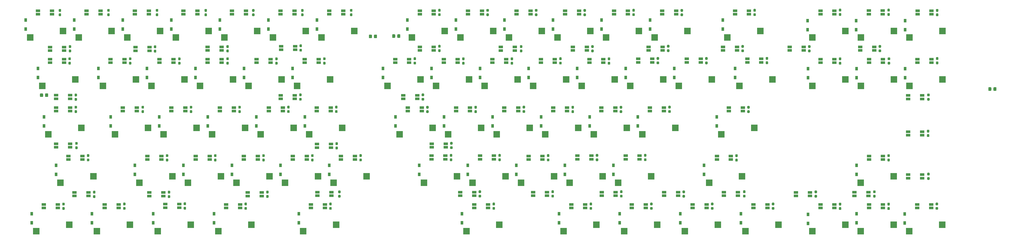
<source format=gbr>
G04 #@! TF.GenerationSoftware,KiCad,Pcbnew,(5.1.9)-1*
G04 #@! TF.CreationDate,2021-03-06T15:09:35-08:00*
G04 #@! TF.ProjectId,bakekujira,62616b65-6b75-46a6-9972-612e6b696361,0.2b*
G04 #@! TF.SameCoordinates,Original*
G04 #@! TF.FileFunction,Paste,Bot*
G04 #@! TF.FilePolarity,Positive*
%FSLAX46Y46*%
G04 Gerber Fmt 4.6, Leading zero omitted, Abs format (unit mm)*
G04 Created by KiCad (PCBNEW (5.1.9)-1) date 2021-03-06 15:09:35*
%MOMM*%
%LPD*%
G01*
G04 APERTURE LIST*
%ADD10R,1.700000X1.000000*%
%ADD11R,2.550000X2.500000*%
%ADD12R,1.000000X1.400000*%
G04 APERTURE END LIST*
G36*
G01*
X189646000Y-50742001D02*
X189646000Y-49841999D01*
G75*
G02*
X189895999Y-49592000I249999J0D01*
G01*
X190596001Y-49592000D01*
G75*
G02*
X190846000Y-49841999I0J-249999D01*
G01*
X190846000Y-50742001D01*
G75*
G02*
X190596001Y-50992000I-249999J0D01*
G01*
X189895999Y-50992000D01*
G75*
G02*
X189646000Y-50742001I0J249999D01*
G01*
G37*
G36*
G01*
X187646000Y-50742001D02*
X187646000Y-49841999D01*
G75*
G02*
X187895999Y-49592000I249999J0D01*
G01*
X188596001Y-49592000D01*
G75*
G02*
X188846000Y-49841999I0J-249999D01*
G01*
X188846000Y-50742001D01*
G75*
G02*
X188596001Y-50992000I-249999J0D01*
G01*
X187895999Y-50992000D01*
G75*
G02*
X187646000Y-50742001I0J249999D01*
G01*
G37*
G36*
G01*
X180502000Y-50869001D02*
X180502000Y-49968999D01*
G75*
G02*
X180751999Y-49719000I249999J0D01*
G01*
X181452001Y-49719000D01*
G75*
G02*
X181702000Y-49968999I0J-249999D01*
G01*
X181702000Y-50869001D01*
G75*
G02*
X181452001Y-51119000I-249999J0D01*
G01*
X180751999Y-51119000D01*
G75*
G02*
X180502000Y-50869001I0J249999D01*
G01*
G37*
G36*
G01*
X178502000Y-50869001D02*
X178502000Y-49968999D01*
G75*
G02*
X178751999Y-49719000I249999J0D01*
G01*
X179452001Y-49719000D01*
G75*
G02*
X179702000Y-49968999I0J-249999D01*
G01*
X179702000Y-50869001D01*
G75*
G02*
X179452001Y-51119000I-249999J0D01*
G01*
X178751999Y-51119000D01*
G75*
G02*
X178502000Y-50869001I0J249999D01*
G01*
G37*
D10*
X149562000Y-54291000D03*
X149562000Y-55691000D03*
X144062000Y-54291000D03*
X144062000Y-55691000D03*
X120733000Y-54545000D03*
X120733000Y-55945000D03*
X115233000Y-54545000D03*
X115233000Y-55945000D03*
X235794000Y-54563000D03*
X235794000Y-55963000D03*
X230294000Y-54563000D03*
X230294000Y-55963000D03*
X68453000Y-111757000D03*
X68453000Y-113157000D03*
X62953000Y-111757000D03*
X62953000Y-113157000D03*
X58928000Y-54610000D03*
X58928000Y-56010000D03*
X53428000Y-54610000D03*
X53428000Y-56010000D03*
X395623500Y-73613000D03*
X395623500Y-75013000D03*
X390123500Y-73613000D03*
X390123500Y-75013000D03*
X374541500Y-111713000D03*
X374541500Y-113113000D03*
X369041500Y-111713000D03*
X369041500Y-113113000D03*
X351599500Y-111757000D03*
X351599500Y-113157000D03*
X346099500Y-111757000D03*
X346099500Y-113157000D03*
X395623500Y-104772000D03*
X395623500Y-106172000D03*
X390123500Y-104772000D03*
X390123500Y-106172000D03*
X395623500Y-87884000D03*
X395623500Y-89284000D03*
X390123500Y-87884000D03*
X390123500Y-89284000D03*
X323360500Y-111695000D03*
X323360500Y-113095000D03*
X317860500Y-111695000D03*
X317860500Y-113095000D03*
X136481000Y-111822000D03*
X136481000Y-113222000D03*
X130981000Y-111822000D03*
X130981000Y-113222000D03*
X349142500Y-54545000D03*
X349142500Y-55945000D03*
X343642500Y-54545000D03*
X343642500Y-55945000D03*
X163786000Y-111695000D03*
X163786000Y-113095000D03*
X158286000Y-111695000D03*
X158286000Y-113095000D03*
X208680500Y-92645000D03*
X208680500Y-94045000D03*
X203180500Y-92645000D03*
X203180500Y-94045000D03*
X293770500Y-54545000D03*
X293770500Y-55945000D03*
X288270500Y-54545000D03*
X288270500Y-55945000D03*
X264052500Y-54545000D03*
X264052500Y-55945000D03*
X258552500Y-54545000D03*
X258552500Y-55945000D03*
X203981500Y-54545000D03*
X203981500Y-55945000D03*
X198481500Y-54545000D03*
X198481500Y-55945000D03*
X97873000Y-111822000D03*
X97873000Y-113222000D03*
X92373000Y-111822000D03*
X92373000Y-113222000D03*
X299866500Y-111695000D03*
X299866500Y-113095000D03*
X294366500Y-111695000D03*
X294366500Y-113095000D03*
X275355500Y-111695000D03*
X275355500Y-113095000D03*
X269855500Y-111695000D03*
X269855500Y-113095000D03*
X61297000Y-73530000D03*
X61297000Y-74930000D03*
X55797000Y-73530000D03*
X55797000Y-74930000D03*
X197504500Y-73595000D03*
X197504500Y-74995000D03*
X192004500Y-73595000D03*
X192004500Y-74995000D03*
X163659000Y-92772000D03*
X163659000Y-94172000D03*
X158159000Y-92772000D03*
X158159000Y-94172000D03*
X61297000Y-92645000D03*
X61297000Y-94045000D03*
X55797000Y-92645000D03*
X55797000Y-94045000D03*
X248431500Y-111695000D03*
X248431500Y-113095000D03*
X242931500Y-111695000D03*
X242931500Y-113095000D03*
X219856500Y-111695000D03*
X219856500Y-113095000D03*
X214356500Y-111695000D03*
X214356500Y-113095000D03*
X376828500Y-54545000D03*
X376828500Y-55945000D03*
X371328500Y-54545000D03*
X371328500Y-55945000D03*
X149435000Y-73595000D03*
X149435000Y-74995000D03*
X143935000Y-73595000D03*
X143935000Y-74995000D03*
X92412000Y-54672000D03*
X92412000Y-56072000D03*
X86912000Y-54672000D03*
X86912000Y-56072000D03*
X322980500Y-54545000D03*
X322980500Y-55945000D03*
X317480500Y-54545000D03*
X317480500Y-55945000D03*
D11*
X140843000Y-50800000D03*
X153770000Y-48260000D03*
G36*
G01*
X238014500Y-55596500D02*
X238489500Y-55596500D01*
G75*
G02*
X238727000Y-55834000I0J-237500D01*
G01*
X238727000Y-56434000D01*
G75*
G02*
X238489500Y-56671500I-237500J0D01*
G01*
X238014500Y-56671500D01*
G75*
G02*
X237777000Y-56434000I0J237500D01*
G01*
X237777000Y-55834000D01*
G75*
G02*
X238014500Y-55596500I237500J0D01*
G01*
G37*
G36*
G01*
X238014500Y-53871500D02*
X238489500Y-53871500D01*
G75*
G02*
X238727000Y-54109000I0J-237500D01*
G01*
X238727000Y-54709000D01*
G75*
G02*
X238489500Y-54946500I-237500J0D01*
G01*
X238014500Y-54946500D01*
G75*
G02*
X237777000Y-54709000I0J237500D01*
G01*
X237777000Y-54109000D01*
G75*
G02*
X238014500Y-53871500I237500J0D01*
G01*
G37*
G36*
G01*
X138921500Y-112170500D02*
X138446500Y-112170500D01*
G75*
G02*
X138209000Y-111933000I0J237500D01*
G01*
X138209000Y-111333000D01*
G75*
G02*
X138446500Y-111095500I237500J0D01*
G01*
X138921500Y-111095500D01*
G75*
G02*
X139159000Y-111333000I0J-237500D01*
G01*
X139159000Y-111933000D01*
G75*
G02*
X138921500Y-112170500I-237500J0D01*
G01*
G37*
G36*
G01*
X138921500Y-113895500D02*
X138446500Y-113895500D01*
G75*
G02*
X138209000Y-113658000I0J237500D01*
G01*
X138209000Y-113058000D01*
G75*
G02*
X138446500Y-112820500I237500J0D01*
G01*
X138921500Y-112820500D01*
G75*
G02*
X139159000Y-113058000I0J-237500D01*
G01*
X139159000Y-113658000D01*
G75*
G02*
X138921500Y-113895500I-237500J0D01*
G01*
G37*
X312039000Y-107950000D03*
X324966000Y-105410000D03*
X152749250Y-127000000D03*
X165676250Y-124460000D03*
X216789000Y-127000000D03*
X229716000Y-124460000D03*
X316801500Y-88900000D03*
X329728500Y-86360000D03*
G36*
G01*
X70976500Y-112223500D02*
X70501500Y-112223500D01*
G75*
G02*
X70264000Y-111986000I0J237500D01*
G01*
X70264000Y-111386000D01*
G75*
G02*
X70501500Y-111148500I237500J0D01*
G01*
X70976500Y-111148500D01*
G75*
G02*
X71214000Y-111386000I0J-237500D01*
G01*
X71214000Y-111986000D01*
G75*
G02*
X70976500Y-112223500I-237500J0D01*
G01*
G37*
G36*
G01*
X70976500Y-113948500D02*
X70501500Y-113948500D01*
G75*
G02*
X70264000Y-113711000I0J237500D01*
G01*
X70264000Y-113111000D01*
G75*
G02*
X70501500Y-112873500I237500J0D01*
G01*
X70976500Y-112873500D01*
G75*
G02*
X71214000Y-113111000I0J-237500D01*
G01*
X71214000Y-113711000D01*
G75*
G02*
X70976500Y-113948500I-237500J0D01*
G01*
G37*
G36*
G01*
X61451500Y-54946500D02*
X60976500Y-54946500D01*
G75*
G02*
X60739000Y-54709000I0J237500D01*
G01*
X60739000Y-54109000D01*
G75*
G02*
X60976500Y-53871500I237500J0D01*
G01*
X61451500Y-53871500D01*
G75*
G02*
X61689000Y-54109000I0J-237500D01*
G01*
X61689000Y-54709000D01*
G75*
G02*
X61451500Y-54946500I-237500J0D01*
G01*
G37*
G36*
G01*
X61451500Y-56671500D02*
X60976500Y-56671500D01*
G75*
G02*
X60739000Y-56434000I0J237500D01*
G01*
X60739000Y-55834000D01*
G75*
G02*
X60976500Y-55596500I237500J0D01*
G01*
X61451500Y-55596500D01*
G75*
G02*
X61689000Y-55834000I0J-237500D01*
G01*
X61689000Y-56434000D01*
G75*
G02*
X61451500Y-56671500I-237500J0D01*
G01*
G37*
G36*
G01*
X398319000Y-73970000D02*
X397844000Y-73970000D01*
G75*
G02*
X397606500Y-73732500I0J237500D01*
G01*
X397606500Y-73132500D01*
G75*
G02*
X397844000Y-72895000I237500J0D01*
G01*
X398319000Y-72895000D01*
G75*
G02*
X398556500Y-73132500I0J-237500D01*
G01*
X398556500Y-73732500D01*
G75*
G02*
X398319000Y-73970000I-237500J0D01*
G01*
G37*
G36*
G01*
X398319000Y-75695000D02*
X397844000Y-75695000D01*
G75*
G02*
X397606500Y-75457500I0J237500D01*
G01*
X397606500Y-74857500D01*
G75*
G02*
X397844000Y-74620000I237500J0D01*
G01*
X398319000Y-74620000D01*
G75*
G02*
X398556500Y-74857500I0J-237500D01*
G01*
X398556500Y-75457500D01*
G75*
G02*
X398319000Y-75695000I-237500J0D01*
G01*
G37*
G36*
G01*
X376635000Y-112720000D02*
X377110000Y-112720000D01*
G75*
G02*
X377347500Y-112957500I0J-237500D01*
G01*
X377347500Y-113557500D01*
G75*
G02*
X377110000Y-113795000I-237500J0D01*
G01*
X376635000Y-113795000D01*
G75*
G02*
X376397500Y-113557500I0J237500D01*
G01*
X376397500Y-112957500D01*
G75*
G02*
X376635000Y-112720000I237500J0D01*
G01*
G37*
G36*
G01*
X376635000Y-110995000D02*
X377110000Y-110995000D01*
G75*
G02*
X377347500Y-111232500I0J-237500D01*
G01*
X377347500Y-111832500D01*
G75*
G02*
X377110000Y-112070000I-237500J0D01*
G01*
X376635000Y-112070000D01*
G75*
G02*
X376397500Y-111832500I0J237500D01*
G01*
X376397500Y-111232500D01*
G75*
G02*
X376635000Y-110995000I237500J0D01*
G01*
G37*
G36*
G01*
X353648000Y-112746500D02*
X354123000Y-112746500D01*
G75*
G02*
X354360500Y-112984000I0J-237500D01*
G01*
X354360500Y-113584000D01*
G75*
G02*
X354123000Y-113821500I-237500J0D01*
G01*
X353648000Y-113821500D01*
G75*
G02*
X353410500Y-113584000I0J237500D01*
G01*
X353410500Y-112984000D01*
G75*
G02*
X353648000Y-112746500I237500J0D01*
G01*
G37*
G36*
G01*
X353648000Y-111021500D02*
X354123000Y-111021500D01*
G75*
G02*
X354360500Y-111259000I0J-237500D01*
G01*
X354360500Y-111859000D01*
G75*
G02*
X354123000Y-112096500I-237500J0D01*
G01*
X353648000Y-112096500D01*
G75*
G02*
X353410500Y-111859000I0J237500D01*
G01*
X353410500Y-111259000D01*
G75*
G02*
X353648000Y-111021500I237500J0D01*
G01*
G37*
G36*
G01*
X398319000Y-105111500D02*
X397844000Y-105111500D01*
G75*
G02*
X397606500Y-104874000I0J237500D01*
G01*
X397606500Y-104274000D01*
G75*
G02*
X397844000Y-104036500I237500J0D01*
G01*
X398319000Y-104036500D01*
G75*
G02*
X398556500Y-104274000I0J-237500D01*
G01*
X398556500Y-104874000D01*
G75*
G02*
X398319000Y-105111500I-237500J0D01*
G01*
G37*
G36*
G01*
X398319000Y-106836500D02*
X397844000Y-106836500D01*
G75*
G02*
X397606500Y-106599000I0J237500D01*
G01*
X397606500Y-105999000D01*
G75*
G02*
X397844000Y-105761500I237500J0D01*
G01*
X398319000Y-105761500D01*
G75*
G02*
X398556500Y-105999000I0J-237500D01*
G01*
X398556500Y-106599000D01*
G75*
G02*
X398319000Y-106836500I-237500J0D01*
G01*
G37*
G36*
G01*
X398192000Y-88220500D02*
X397717000Y-88220500D01*
G75*
G02*
X397479500Y-87983000I0J237500D01*
G01*
X397479500Y-87383000D01*
G75*
G02*
X397717000Y-87145500I237500J0D01*
G01*
X398192000Y-87145500D01*
G75*
G02*
X398429500Y-87383000I0J-237500D01*
G01*
X398429500Y-87983000D01*
G75*
G02*
X398192000Y-88220500I-237500J0D01*
G01*
G37*
G36*
G01*
X398192000Y-89945500D02*
X397717000Y-89945500D01*
G75*
G02*
X397479500Y-89708000I0J237500D01*
G01*
X397479500Y-89108000D01*
G75*
G02*
X397717000Y-88870500I237500J0D01*
G01*
X398192000Y-88870500D01*
G75*
G02*
X398429500Y-89108000I0J-237500D01*
G01*
X398429500Y-89708000D01*
G75*
G02*
X398192000Y-89945500I-237500J0D01*
G01*
G37*
G36*
G01*
X326056000Y-112043500D02*
X325581000Y-112043500D01*
G75*
G02*
X325343500Y-111806000I0J237500D01*
G01*
X325343500Y-111206000D01*
G75*
G02*
X325581000Y-110968500I237500J0D01*
G01*
X326056000Y-110968500D01*
G75*
G02*
X326293500Y-111206000I0J-237500D01*
G01*
X326293500Y-111806000D01*
G75*
G02*
X326056000Y-112043500I-237500J0D01*
G01*
G37*
G36*
G01*
X326056000Y-113768500D02*
X325581000Y-113768500D01*
G75*
G02*
X325343500Y-113531000I0J237500D01*
G01*
X325343500Y-112931000D01*
G75*
G02*
X325581000Y-112693500I237500J0D01*
G01*
X326056000Y-112693500D01*
G75*
G02*
X326293500Y-112931000I0J-237500D01*
G01*
X326293500Y-113531000D01*
G75*
G02*
X326056000Y-113768500I-237500J0D01*
G01*
G37*
X126555500Y-107950000D03*
X139482500Y-105410000D03*
X52736750Y-88900000D03*
X65663750Y-86360000D03*
X50355500Y-69850000D03*
X63282500Y-67310000D03*
D12*
X388810500Y-123825000D03*
X388810500Y-120275000D03*
X369887500Y-123698000D03*
X369887500Y-120148000D03*
X350837500Y-123952000D03*
X350837500Y-120402000D03*
X369887500Y-104648000D03*
X369887500Y-101098000D03*
X388937500Y-66675000D03*
X388937500Y-63125000D03*
X369887500Y-66675000D03*
X369887500Y-63125000D03*
X350837500Y-66675000D03*
X350837500Y-63125000D03*
X388937500Y-47752000D03*
X388937500Y-44202000D03*
X369760500Y-47752000D03*
X369760500Y-44202000D03*
X350710500Y-47752000D03*
X350710500Y-44202000D03*
G36*
G01*
X363648000Y-116922500D02*
X363173000Y-116922500D01*
G75*
G02*
X362935500Y-116685000I0J237500D01*
G01*
X362935500Y-116085000D01*
G75*
G02*
X363173000Y-115847500I237500J0D01*
G01*
X363648000Y-115847500D01*
G75*
G02*
X363885500Y-116085000I0J-237500D01*
G01*
X363885500Y-116685000D01*
G75*
G02*
X363648000Y-116922500I-237500J0D01*
G01*
G37*
G36*
G01*
X363648000Y-118647500D02*
X363173000Y-118647500D01*
G75*
G02*
X362935500Y-118410000I0J237500D01*
G01*
X362935500Y-117810000D01*
G75*
G02*
X363173000Y-117572500I237500J0D01*
G01*
X363648000Y-117572500D01*
G75*
G02*
X363885500Y-117810000I0J-237500D01*
G01*
X363885500Y-118410000D01*
G75*
G02*
X363648000Y-118647500I-237500J0D01*
G01*
G37*
G36*
G01*
X382698000Y-97846000D02*
X382223000Y-97846000D01*
G75*
G02*
X381985500Y-97608500I0J237500D01*
G01*
X381985500Y-97008500D01*
G75*
G02*
X382223000Y-96771000I237500J0D01*
G01*
X382698000Y-96771000D01*
G75*
G02*
X382935500Y-97008500I0J-237500D01*
G01*
X382935500Y-97608500D01*
G75*
G02*
X382698000Y-97846000I-237500J0D01*
G01*
G37*
G36*
G01*
X382698000Y-99571000D02*
X382223000Y-99571000D01*
G75*
G02*
X381985500Y-99333500I0J237500D01*
G01*
X381985500Y-98733500D01*
G75*
G02*
X382223000Y-98496000I237500J0D01*
G01*
X382698000Y-98496000D01*
G75*
G02*
X382935500Y-98733500I0J-237500D01*
G01*
X382935500Y-99333500D01*
G75*
G02*
X382698000Y-99571000I-237500J0D01*
G01*
G37*
G36*
G01*
X401748000Y-59645500D02*
X401273000Y-59645500D01*
G75*
G02*
X401035500Y-59408000I0J237500D01*
G01*
X401035500Y-58808000D01*
G75*
G02*
X401273000Y-58570500I237500J0D01*
G01*
X401748000Y-58570500D01*
G75*
G02*
X401985500Y-58808000I0J-237500D01*
G01*
X401985500Y-59408000D01*
G75*
G02*
X401748000Y-59645500I-237500J0D01*
G01*
G37*
G36*
G01*
X401748000Y-61370500D02*
X401273000Y-61370500D01*
G75*
G02*
X401035500Y-61133000I0J237500D01*
G01*
X401035500Y-60533000D01*
G75*
G02*
X401273000Y-60295500I237500J0D01*
G01*
X401748000Y-60295500D01*
G75*
G02*
X401985500Y-60533000I0J-237500D01*
G01*
X401985500Y-61133000D01*
G75*
G02*
X401748000Y-61370500I-237500J0D01*
G01*
G37*
G36*
G01*
X382825000Y-59746000D02*
X382350000Y-59746000D01*
G75*
G02*
X382112500Y-59508500I0J237500D01*
G01*
X382112500Y-58908500D01*
G75*
G02*
X382350000Y-58671000I237500J0D01*
G01*
X382825000Y-58671000D01*
G75*
G02*
X383062500Y-58908500I0J-237500D01*
G01*
X383062500Y-59508500D01*
G75*
G02*
X382825000Y-59746000I-237500J0D01*
G01*
G37*
G36*
G01*
X382825000Y-61471000D02*
X382350000Y-61471000D01*
G75*
G02*
X382112500Y-61233500I0J237500D01*
G01*
X382112500Y-60633500D01*
G75*
G02*
X382350000Y-60396000I237500J0D01*
G01*
X382825000Y-60396000D01*
G75*
G02*
X383062500Y-60633500I0J-237500D01*
G01*
X383062500Y-61233500D01*
G75*
G02*
X382825000Y-61471000I-237500J0D01*
G01*
G37*
G36*
G01*
X363648000Y-59772500D02*
X363173000Y-59772500D01*
G75*
G02*
X362935500Y-59535000I0J237500D01*
G01*
X362935500Y-58935000D01*
G75*
G02*
X363173000Y-58697500I237500J0D01*
G01*
X363648000Y-58697500D01*
G75*
G02*
X363885500Y-58935000I0J-237500D01*
G01*
X363885500Y-59535000D01*
G75*
G02*
X363648000Y-59772500I-237500J0D01*
G01*
G37*
G36*
G01*
X363648000Y-61497500D02*
X363173000Y-61497500D01*
G75*
G02*
X362935500Y-61260000I0J237500D01*
G01*
X362935500Y-60660000D01*
G75*
G02*
X363173000Y-60422500I237500J0D01*
G01*
X363648000Y-60422500D01*
G75*
G02*
X363885500Y-60660000I0J-237500D01*
G01*
X363885500Y-61260000D01*
G75*
G02*
X363648000Y-61497500I-237500J0D01*
G01*
G37*
G36*
G01*
X401748000Y-40722500D02*
X401273000Y-40722500D01*
G75*
G02*
X401035500Y-40485000I0J237500D01*
G01*
X401035500Y-39885000D01*
G75*
G02*
X401273000Y-39647500I237500J0D01*
G01*
X401748000Y-39647500D01*
G75*
G02*
X401985500Y-39885000I0J-237500D01*
G01*
X401985500Y-40485000D01*
G75*
G02*
X401748000Y-40722500I-237500J0D01*
G01*
G37*
G36*
G01*
X401748000Y-42447500D02*
X401273000Y-42447500D01*
G75*
G02*
X401035500Y-42210000I0J237500D01*
G01*
X401035500Y-41610000D01*
G75*
G02*
X401273000Y-41372500I237500J0D01*
G01*
X401748000Y-41372500D01*
G75*
G02*
X401985500Y-41610000I0J-237500D01*
G01*
X401985500Y-42210000D01*
G75*
G02*
X401748000Y-42447500I-237500J0D01*
G01*
G37*
G36*
G01*
X382698000Y-40595500D02*
X382223000Y-40595500D01*
G75*
G02*
X381985500Y-40358000I0J237500D01*
G01*
X381985500Y-39758000D01*
G75*
G02*
X382223000Y-39520500I237500J0D01*
G01*
X382698000Y-39520500D01*
G75*
G02*
X382935500Y-39758000I0J-237500D01*
G01*
X382935500Y-40358000D01*
G75*
G02*
X382698000Y-40595500I-237500J0D01*
G01*
G37*
G36*
G01*
X382698000Y-42320500D02*
X382223000Y-42320500D01*
G75*
G02*
X381985500Y-42083000I0J237500D01*
G01*
X381985500Y-41483000D01*
G75*
G02*
X382223000Y-41245500I237500J0D01*
G01*
X382698000Y-41245500D01*
G75*
G02*
X382935500Y-41483000I0J-237500D01*
G01*
X382935500Y-42083000D01*
G75*
G02*
X382698000Y-42320500I-237500J0D01*
G01*
G37*
G36*
G01*
X363648000Y-40595500D02*
X363173000Y-40595500D01*
G75*
G02*
X362935500Y-40358000I0J237500D01*
G01*
X362935500Y-39758000D01*
G75*
G02*
X363173000Y-39520500I237500J0D01*
G01*
X363648000Y-39520500D01*
G75*
G02*
X363885500Y-39758000I0J-237500D01*
G01*
X363885500Y-40358000D01*
G75*
G02*
X363648000Y-40595500I-237500J0D01*
G01*
G37*
G36*
G01*
X363648000Y-42320500D02*
X363173000Y-42320500D01*
G75*
G02*
X362935500Y-42083000I0J237500D01*
G01*
X362935500Y-41483000D01*
G75*
G02*
X363173000Y-41245500I237500J0D01*
G01*
X363648000Y-41245500D01*
G75*
G02*
X363885500Y-41483000I0J-237500D01*
G01*
X363885500Y-42083000D01*
G75*
G02*
X363648000Y-42320500I-237500J0D01*
G01*
G37*
D10*
X399180500Y-116521000D03*
X399180500Y-117921000D03*
X393680500Y-116521000D03*
X393680500Y-117921000D03*
X380257500Y-116521000D03*
X380257500Y-117921000D03*
X374757500Y-116521000D03*
X374757500Y-117921000D03*
X361207500Y-116521000D03*
X361207500Y-117921000D03*
X355707500Y-116521000D03*
X355707500Y-117921000D03*
X380257500Y-97471000D03*
X380257500Y-98871000D03*
X374757500Y-97471000D03*
X374757500Y-98871000D03*
X399263500Y-59371000D03*
X399263500Y-60771000D03*
X393763500Y-59371000D03*
X393763500Y-60771000D03*
X380257500Y-59371000D03*
X380257500Y-60771000D03*
X374757500Y-59371000D03*
X374757500Y-60771000D03*
X361207500Y-59371000D03*
X361207500Y-60771000D03*
X355707500Y-59371000D03*
X355707500Y-60771000D03*
X399307500Y-40321000D03*
X399307500Y-41721000D03*
X393807500Y-40321000D03*
X393807500Y-41721000D03*
X380174500Y-40256000D03*
X380174500Y-41656000D03*
X374674500Y-40256000D03*
X374674500Y-41656000D03*
X361207500Y-40321000D03*
X361207500Y-41721000D03*
X355707500Y-40321000D03*
X355707500Y-41721000D03*
D11*
X390588500Y-127000000D03*
X403515500Y-124460000D03*
X371538500Y-127000000D03*
X384465500Y-124460000D03*
X352519500Y-127000000D03*
X365446500Y-124460000D03*
X371538500Y-107950000D03*
X384465500Y-105410000D03*
X390652000Y-69850000D03*
X403579000Y-67310000D03*
X371602000Y-69850000D03*
X384529000Y-67310000D03*
X352519500Y-69850000D03*
X365446500Y-67310000D03*
X390652000Y-50800000D03*
X403579000Y-48260000D03*
X371602000Y-50800000D03*
X384529000Y-48260000D03*
X352519500Y-50800000D03*
X365446500Y-48260000D03*
G36*
G01*
X401621000Y-116869500D02*
X401146000Y-116869500D01*
G75*
G02*
X400908500Y-116632000I0J237500D01*
G01*
X400908500Y-116032000D01*
G75*
G02*
X401146000Y-115794500I237500J0D01*
G01*
X401621000Y-115794500D01*
G75*
G02*
X401858500Y-116032000I0J-237500D01*
G01*
X401858500Y-116632000D01*
G75*
G02*
X401621000Y-116869500I-237500J0D01*
G01*
G37*
G36*
G01*
X401621000Y-118594500D02*
X401146000Y-118594500D01*
G75*
G02*
X400908500Y-118357000I0J237500D01*
G01*
X400908500Y-117757000D01*
G75*
G02*
X401146000Y-117519500I237500J0D01*
G01*
X401621000Y-117519500D01*
G75*
G02*
X401858500Y-117757000I0J-237500D01*
G01*
X401858500Y-118357000D01*
G75*
G02*
X401621000Y-118594500I-237500J0D01*
G01*
G37*
G36*
G01*
X382698000Y-116922500D02*
X382223000Y-116922500D01*
G75*
G02*
X381985500Y-116685000I0J237500D01*
G01*
X381985500Y-116085000D01*
G75*
G02*
X382223000Y-115847500I237500J0D01*
G01*
X382698000Y-115847500D01*
G75*
G02*
X382935500Y-116085000I0J-237500D01*
G01*
X382935500Y-116685000D01*
G75*
G02*
X382698000Y-116922500I-237500J0D01*
G01*
G37*
G36*
G01*
X382698000Y-118647500D02*
X382223000Y-118647500D01*
G75*
G02*
X381985500Y-118410000I0J237500D01*
G01*
X381985500Y-117810000D01*
G75*
G02*
X382223000Y-117572500I237500J0D01*
G01*
X382698000Y-117572500D01*
G75*
G02*
X382935500Y-117810000I0J-237500D01*
G01*
X382935500Y-118410000D01*
G75*
G02*
X382698000Y-118647500I-237500J0D01*
G01*
G37*
X117030500Y-88900000D03*
X129957500Y-86360000D03*
X57499250Y-107950000D03*
X70426250Y-105410000D03*
X45593000Y-50800000D03*
X58520000Y-48260000D03*
X278701500Y-127000000D03*
X291628500Y-124460000D03*
X266795250Y-88900000D03*
X279722250Y-86360000D03*
X195357750Y-50800000D03*
X208284750Y-48260000D03*
X319182750Y-50800000D03*
X332109750Y-48260000D03*
G36*
G01*
X205947000Y-55469500D02*
X206422000Y-55469500D01*
G75*
G02*
X206659500Y-55707000I0J-237500D01*
G01*
X206659500Y-56307000D01*
G75*
G02*
X206422000Y-56544500I-237500J0D01*
G01*
X205947000Y-56544500D01*
G75*
G02*
X205709500Y-56307000I0J237500D01*
G01*
X205709500Y-55707000D01*
G75*
G02*
X205947000Y-55469500I237500J0D01*
G01*
G37*
G36*
G01*
X205947000Y-53744500D02*
X206422000Y-53744500D01*
G75*
G02*
X206659500Y-53982000I0J-237500D01*
G01*
X206659500Y-54582000D01*
G75*
G02*
X206422000Y-54819500I-237500J0D01*
G01*
X205947000Y-54819500D01*
G75*
G02*
X205709500Y-54582000I0J237500D01*
G01*
X205709500Y-53982000D01*
G75*
G02*
X205947000Y-53744500I237500J0D01*
G01*
G37*
G36*
G01*
X137397500Y-97846000D02*
X136922500Y-97846000D01*
G75*
G02*
X136685000Y-97608500I0J237500D01*
G01*
X136685000Y-97008500D01*
G75*
G02*
X136922500Y-96771000I237500J0D01*
G01*
X137397500Y-96771000D01*
G75*
G02*
X137635000Y-97008500I0J-237500D01*
G01*
X137635000Y-97608500D01*
G75*
G02*
X137397500Y-97846000I-237500J0D01*
G01*
G37*
G36*
G01*
X137397500Y-99571000D02*
X136922500Y-99571000D01*
G75*
G02*
X136685000Y-99333500I0J237500D01*
G01*
X136685000Y-98733500D01*
G75*
G02*
X136922500Y-98496000I237500J0D01*
G01*
X137397500Y-98496000D01*
G75*
G02*
X137635000Y-98733500I0J-237500D01*
G01*
X137635000Y-99333500D01*
G75*
G02*
X137397500Y-99571000I-237500J0D01*
G01*
G37*
G36*
G01*
X127999500Y-78796000D02*
X127524500Y-78796000D01*
G75*
G02*
X127287000Y-78558500I0J237500D01*
G01*
X127287000Y-77958500D01*
G75*
G02*
X127524500Y-77721000I237500J0D01*
G01*
X127999500Y-77721000D01*
G75*
G02*
X128237000Y-77958500I0J-237500D01*
G01*
X128237000Y-78558500D01*
G75*
G02*
X127999500Y-78796000I-237500J0D01*
G01*
G37*
G36*
G01*
X127999500Y-80521000D02*
X127524500Y-80521000D01*
G75*
G02*
X127287000Y-80283500I0J237500D01*
G01*
X127287000Y-79683500D01*
G75*
G02*
X127524500Y-79446000I237500J0D01*
G01*
X127999500Y-79446000D01*
G75*
G02*
X128237000Y-79683500I0J-237500D01*
G01*
X128237000Y-80283500D01*
G75*
G02*
X127999500Y-80521000I-237500J0D01*
G01*
G37*
G36*
G01*
X311197000Y-59645500D02*
X310722000Y-59645500D01*
G75*
G02*
X310484500Y-59408000I0J237500D01*
G01*
X310484500Y-58808000D01*
G75*
G02*
X310722000Y-58570500I237500J0D01*
G01*
X311197000Y-58570500D01*
G75*
G02*
X311434500Y-58808000I0J-237500D01*
G01*
X311434500Y-59408000D01*
G75*
G02*
X311197000Y-59645500I-237500J0D01*
G01*
G37*
G36*
G01*
X311197000Y-61370500D02*
X310722000Y-61370500D01*
G75*
G02*
X310484500Y-61133000I0J237500D01*
G01*
X310484500Y-60533000D01*
G75*
G02*
X310722000Y-60295500I237500J0D01*
G01*
X311197000Y-60295500D01*
G75*
G02*
X311434500Y-60533000I0J-237500D01*
G01*
X311434500Y-61133000D01*
G75*
G02*
X311197000Y-61370500I-237500J0D01*
G01*
G37*
G36*
G01*
X106536500Y-116795500D02*
X106061500Y-116795500D01*
G75*
G02*
X105824000Y-116558000I0J237500D01*
G01*
X105824000Y-115958000D01*
G75*
G02*
X106061500Y-115720500I237500J0D01*
G01*
X106536500Y-115720500D01*
G75*
G02*
X106774000Y-115958000I0J-237500D01*
G01*
X106774000Y-116558000D01*
G75*
G02*
X106536500Y-116795500I-237500J0D01*
G01*
G37*
G36*
G01*
X106536500Y-118520500D02*
X106061500Y-118520500D01*
G75*
G02*
X105824000Y-118283000I0J237500D01*
G01*
X105824000Y-117683000D01*
G75*
G02*
X106061500Y-117445500I237500J0D01*
G01*
X106536500Y-117445500D01*
G75*
G02*
X106774000Y-117683000I0J-237500D01*
G01*
X106774000Y-118283000D01*
G75*
G02*
X106536500Y-118520500I-237500J0D01*
G01*
G37*
G36*
G01*
X163686500Y-116869500D02*
X163211500Y-116869500D01*
G75*
G02*
X162974000Y-116632000I0J237500D01*
G01*
X162974000Y-116032000D01*
G75*
G02*
X163211500Y-115794500I237500J0D01*
G01*
X163686500Y-115794500D01*
G75*
G02*
X163924000Y-116032000I0J-237500D01*
G01*
X163924000Y-116632000D01*
G75*
G02*
X163686500Y-116869500I-237500J0D01*
G01*
G37*
G36*
G01*
X163686500Y-118594500D02*
X163211500Y-118594500D01*
G75*
G02*
X162974000Y-118357000I0J237500D01*
G01*
X162974000Y-117757000D01*
G75*
G02*
X163211500Y-117519500I237500J0D01*
G01*
X163686500Y-117519500D01*
G75*
G02*
X163924000Y-117757000I0J-237500D01*
G01*
X163924000Y-118357000D01*
G75*
G02*
X163686500Y-118594500I-237500J0D01*
G01*
G37*
G36*
G01*
X130412500Y-116869500D02*
X129937500Y-116869500D01*
G75*
G02*
X129700000Y-116632000I0J237500D01*
G01*
X129700000Y-116032000D01*
G75*
G02*
X129937500Y-115794500I237500J0D01*
G01*
X130412500Y-115794500D01*
G75*
G02*
X130650000Y-116032000I0J-237500D01*
G01*
X130650000Y-116632000D01*
G75*
G02*
X130412500Y-116869500I-237500J0D01*
G01*
G37*
G36*
G01*
X130412500Y-118594500D02*
X129937500Y-118594500D01*
G75*
G02*
X129700000Y-118357000I0J237500D01*
G01*
X129700000Y-117757000D01*
G75*
G02*
X129937500Y-117519500I237500J0D01*
G01*
X130412500Y-117519500D01*
G75*
G02*
X130650000Y-117757000I0J-237500D01*
G01*
X130650000Y-118357000D01*
G75*
G02*
X130412500Y-118594500I-237500J0D01*
G01*
G37*
G36*
G01*
X82787500Y-116869500D02*
X82312500Y-116869500D01*
G75*
G02*
X82075000Y-116632000I0J237500D01*
G01*
X82075000Y-116032000D01*
G75*
G02*
X82312500Y-115794500I237500J0D01*
G01*
X82787500Y-115794500D01*
G75*
G02*
X83025000Y-116032000I0J-237500D01*
G01*
X83025000Y-116632000D01*
G75*
G02*
X82787500Y-116869500I-237500J0D01*
G01*
G37*
G36*
G01*
X82787500Y-118594500D02*
X82312500Y-118594500D01*
G75*
G02*
X82075000Y-118357000I0J237500D01*
G01*
X82075000Y-117757000D01*
G75*
G02*
X82312500Y-117519500I237500J0D01*
G01*
X82787500Y-117519500D01*
G75*
G02*
X83025000Y-117757000I0J-237500D01*
G01*
X83025000Y-118357000D01*
G75*
G02*
X82787500Y-118594500I-237500J0D01*
G01*
G37*
G36*
G01*
X227758000Y-116869500D02*
X227283000Y-116869500D01*
G75*
G02*
X227045500Y-116632000I0J237500D01*
G01*
X227045500Y-116032000D01*
G75*
G02*
X227283000Y-115794500I237500J0D01*
G01*
X227758000Y-115794500D01*
G75*
G02*
X227995500Y-116032000I0J-237500D01*
G01*
X227995500Y-116632000D01*
G75*
G02*
X227758000Y-116869500I-237500J0D01*
G01*
G37*
G36*
G01*
X227758000Y-118594500D02*
X227283000Y-118594500D01*
G75*
G02*
X227045500Y-118357000I0J237500D01*
G01*
X227045500Y-117757000D01*
G75*
G02*
X227283000Y-117519500I237500J0D01*
G01*
X227758000Y-117519500D01*
G75*
G02*
X227995500Y-117757000I0J-237500D01*
G01*
X227995500Y-118357000D01*
G75*
G02*
X227758000Y-118594500I-237500J0D01*
G01*
G37*
G36*
G01*
X118474500Y-97846000D02*
X117999500Y-97846000D01*
G75*
G02*
X117762000Y-97608500I0J237500D01*
G01*
X117762000Y-97008500D01*
G75*
G02*
X117999500Y-96771000I237500J0D01*
G01*
X118474500Y-96771000D01*
G75*
G02*
X118712000Y-97008500I0J-237500D01*
G01*
X118712000Y-97608500D01*
G75*
G02*
X118474500Y-97846000I-237500J0D01*
G01*
G37*
G36*
G01*
X118474500Y-99571000D02*
X117999500Y-99571000D01*
G75*
G02*
X117762000Y-99333500I0J237500D01*
G01*
X117762000Y-98733500D01*
G75*
G02*
X117999500Y-98496000I237500J0D01*
G01*
X118474500Y-98496000D01*
G75*
G02*
X118712000Y-98733500I0J-237500D01*
G01*
X118712000Y-99333500D01*
G75*
G02*
X118474500Y-99571000I-237500J0D01*
G01*
G37*
G36*
G01*
X156574500Y-97846000D02*
X156099500Y-97846000D01*
G75*
G02*
X155862000Y-97608500I0J237500D01*
G01*
X155862000Y-97008500D01*
G75*
G02*
X156099500Y-96771000I237500J0D01*
G01*
X156574500Y-96771000D01*
G75*
G02*
X156812000Y-97008500I0J-237500D01*
G01*
X156812000Y-97608500D01*
G75*
G02*
X156574500Y-97846000I-237500J0D01*
G01*
G37*
G36*
G01*
X156574500Y-99571000D02*
X156099500Y-99571000D01*
G75*
G02*
X155862000Y-99333500I0J237500D01*
G01*
X155862000Y-98733500D01*
G75*
G02*
X156099500Y-98496000I237500J0D01*
G01*
X156574500Y-98496000D01*
G75*
G02*
X156812000Y-98733500I0J-237500D01*
G01*
X156812000Y-99333500D01*
G75*
G02*
X156574500Y-99571000I-237500J0D01*
G01*
G37*
G36*
G01*
X287194000Y-97719000D02*
X286719000Y-97719000D01*
G75*
G02*
X286481500Y-97481500I0J237500D01*
G01*
X286481500Y-96881500D01*
G75*
G02*
X286719000Y-96644000I237500J0D01*
G01*
X287194000Y-96644000D01*
G75*
G02*
X287431500Y-96881500I0J-237500D01*
G01*
X287431500Y-97481500D01*
G75*
G02*
X287194000Y-97719000I-237500J0D01*
G01*
G37*
G36*
G01*
X287194000Y-99444000D02*
X286719000Y-99444000D01*
G75*
G02*
X286481500Y-99206500I0J237500D01*
G01*
X286481500Y-98606500D01*
G75*
G02*
X286719000Y-98369000I237500J0D01*
G01*
X287194000Y-98369000D01*
G75*
G02*
X287431500Y-98606500I0J-237500D01*
G01*
X287431500Y-99206500D01*
G75*
G02*
X287194000Y-99444000I-237500J0D01*
G01*
G37*
G36*
G01*
X249094000Y-97819500D02*
X248619000Y-97819500D01*
G75*
G02*
X248381500Y-97582000I0J237500D01*
G01*
X248381500Y-96982000D01*
G75*
G02*
X248619000Y-96744500I237500J0D01*
G01*
X249094000Y-96744500D01*
G75*
G02*
X249331500Y-96982000I0J-237500D01*
G01*
X249331500Y-97582000D01*
G75*
G02*
X249094000Y-97819500I-237500J0D01*
G01*
G37*
G36*
G01*
X249094000Y-99544500D02*
X248619000Y-99544500D01*
G75*
G02*
X248381500Y-99307000I0J237500D01*
G01*
X248381500Y-98707000D01*
G75*
G02*
X248619000Y-98469500I237500J0D01*
G01*
X249094000Y-98469500D01*
G75*
G02*
X249331500Y-98707000I0J-237500D01*
G01*
X249331500Y-99307000D01*
G75*
G02*
X249094000Y-99544500I-237500J0D01*
G01*
G37*
G36*
G01*
X210994000Y-97745500D02*
X210519000Y-97745500D01*
G75*
G02*
X210281500Y-97508000I0J237500D01*
G01*
X210281500Y-96908000D01*
G75*
G02*
X210519000Y-96670500I237500J0D01*
G01*
X210994000Y-96670500D01*
G75*
G02*
X211231500Y-96908000I0J-237500D01*
G01*
X211231500Y-97508000D01*
G75*
G02*
X210994000Y-97745500I-237500J0D01*
G01*
G37*
G36*
G01*
X210994000Y-99470500D02*
X210519000Y-99470500D01*
G75*
G02*
X210281500Y-99233000I0J237500D01*
G01*
X210281500Y-98633000D01*
G75*
G02*
X210519000Y-98395500I237500J0D01*
G01*
X210994000Y-98395500D01*
G75*
G02*
X211231500Y-98633000I0J-237500D01*
G01*
X211231500Y-99233000D01*
G75*
G02*
X210994000Y-99470500I-237500J0D01*
G01*
G37*
G36*
G01*
X147176500Y-78769500D02*
X146701500Y-78769500D01*
G75*
G02*
X146464000Y-78532000I0J237500D01*
G01*
X146464000Y-77932000D01*
G75*
G02*
X146701500Y-77694500I237500J0D01*
G01*
X147176500Y-77694500D01*
G75*
G02*
X147414000Y-77932000I0J-237500D01*
G01*
X147414000Y-78532000D01*
G75*
G02*
X147176500Y-78769500I-237500J0D01*
G01*
G37*
G36*
G01*
X147176500Y-80494500D02*
X146701500Y-80494500D01*
G75*
G02*
X146464000Y-80257000I0J237500D01*
G01*
X146464000Y-79657000D01*
G75*
G02*
X146701500Y-79419500I237500J0D01*
G01*
X147176500Y-79419500D01*
G75*
G02*
X147414000Y-79657000I0J-237500D01*
G01*
X147414000Y-80257000D01*
G75*
G02*
X147176500Y-80494500I-237500J0D01*
G01*
G37*
G36*
G01*
X108949500Y-78796000D02*
X108474500Y-78796000D01*
G75*
G02*
X108237000Y-78558500I0J237500D01*
G01*
X108237000Y-77958500D01*
G75*
G02*
X108474500Y-77721000I237500J0D01*
G01*
X108949500Y-77721000D01*
G75*
G02*
X109187000Y-77958500I0J-237500D01*
G01*
X109187000Y-78558500D01*
G75*
G02*
X108949500Y-78796000I-237500J0D01*
G01*
G37*
G36*
G01*
X108949500Y-80521000D02*
X108474500Y-80521000D01*
G75*
G02*
X108237000Y-80283500I0J237500D01*
G01*
X108237000Y-79683500D01*
G75*
G02*
X108474500Y-79446000I237500J0D01*
G01*
X108949500Y-79446000D01*
G75*
G02*
X109187000Y-79683500I0J-237500D01*
G01*
X109187000Y-80283500D01*
G75*
G02*
X108949500Y-80521000I-237500J0D01*
G01*
G37*
G36*
G01*
X63737500Y-78796000D02*
X63262500Y-78796000D01*
G75*
G02*
X63025000Y-78558500I0J237500D01*
G01*
X63025000Y-77958500D01*
G75*
G02*
X63262500Y-77721000I237500J0D01*
G01*
X63737500Y-77721000D01*
G75*
G02*
X63975000Y-77958500I0J-237500D01*
G01*
X63975000Y-78558500D01*
G75*
G02*
X63737500Y-78796000I-237500J0D01*
G01*
G37*
G36*
G01*
X63737500Y-80521000D02*
X63262500Y-80521000D01*
G75*
G02*
X63025000Y-80283500I0J237500D01*
G01*
X63025000Y-79683500D01*
G75*
G02*
X63262500Y-79446000I237500J0D01*
G01*
X63737500Y-79446000D01*
G75*
G02*
X63975000Y-79683500I0J-237500D01*
G01*
X63975000Y-80283500D01*
G75*
G02*
X63737500Y-80521000I-237500J0D01*
G01*
G37*
G36*
G01*
X277669000Y-78822500D02*
X277194000Y-78822500D01*
G75*
G02*
X276956500Y-78585000I0J237500D01*
G01*
X276956500Y-77985000D01*
G75*
G02*
X277194000Y-77747500I237500J0D01*
G01*
X277669000Y-77747500D01*
G75*
G02*
X277906500Y-77985000I0J-237500D01*
G01*
X277906500Y-78585000D01*
G75*
G02*
X277669000Y-78822500I-237500J0D01*
G01*
G37*
G36*
G01*
X277669000Y-80547500D02*
X277194000Y-80547500D01*
G75*
G02*
X276956500Y-80310000I0J237500D01*
G01*
X276956500Y-79710000D01*
G75*
G02*
X277194000Y-79472500I237500J0D01*
G01*
X277669000Y-79472500D01*
G75*
G02*
X277906500Y-79710000I0J-237500D01*
G01*
X277906500Y-80310000D01*
G75*
G02*
X277669000Y-80547500I-237500J0D01*
G01*
G37*
G36*
G01*
X258746000Y-78822500D02*
X258271000Y-78822500D01*
G75*
G02*
X258033500Y-78585000I0J237500D01*
G01*
X258033500Y-77985000D01*
G75*
G02*
X258271000Y-77747500I237500J0D01*
G01*
X258746000Y-77747500D01*
G75*
G02*
X258983500Y-77985000I0J-237500D01*
G01*
X258983500Y-78585000D01*
G75*
G02*
X258746000Y-78822500I-237500J0D01*
G01*
G37*
G36*
G01*
X258746000Y-80547500D02*
X258271000Y-80547500D01*
G75*
G02*
X258033500Y-80310000I0J237500D01*
G01*
X258033500Y-79710000D01*
G75*
G02*
X258271000Y-79472500I237500J0D01*
G01*
X258746000Y-79472500D01*
G75*
G02*
X258983500Y-79710000I0J-237500D01*
G01*
X258983500Y-80310000D01*
G75*
G02*
X258746000Y-80547500I-237500J0D01*
G01*
G37*
G36*
G01*
X239569000Y-78769500D02*
X239094000Y-78769500D01*
G75*
G02*
X238856500Y-78532000I0J237500D01*
G01*
X238856500Y-77932000D01*
G75*
G02*
X239094000Y-77694500I237500J0D01*
G01*
X239569000Y-77694500D01*
G75*
G02*
X239806500Y-77932000I0J-237500D01*
G01*
X239806500Y-78532000D01*
G75*
G02*
X239569000Y-78769500I-237500J0D01*
G01*
G37*
G36*
G01*
X239569000Y-80494500D02*
X239094000Y-80494500D01*
G75*
G02*
X238856500Y-80257000I0J237500D01*
G01*
X238856500Y-79657000D01*
G75*
G02*
X239094000Y-79419500I237500J0D01*
G01*
X239569000Y-79419500D01*
G75*
G02*
X239806500Y-79657000I0J-237500D01*
G01*
X239806500Y-80257000D01*
G75*
G02*
X239569000Y-80494500I-237500J0D01*
G01*
G37*
G36*
G01*
X201723000Y-78822500D02*
X201248000Y-78822500D01*
G75*
G02*
X201010500Y-78585000I0J237500D01*
G01*
X201010500Y-77985000D01*
G75*
G02*
X201248000Y-77747500I237500J0D01*
G01*
X201723000Y-77747500D01*
G75*
G02*
X201960500Y-77985000I0J-237500D01*
G01*
X201960500Y-78585000D01*
G75*
G02*
X201723000Y-78822500I-237500J0D01*
G01*
G37*
G36*
G01*
X201723000Y-80547500D02*
X201248000Y-80547500D01*
G75*
G02*
X201010500Y-80310000I0J237500D01*
G01*
X201010500Y-79710000D01*
G75*
G02*
X201248000Y-79472500I237500J0D01*
G01*
X201723000Y-79472500D01*
G75*
G02*
X201960500Y-79710000I0J-237500D01*
G01*
X201960500Y-80310000D01*
G75*
G02*
X201723000Y-80547500I-237500J0D01*
G01*
G37*
G36*
G01*
X142477500Y-59772500D02*
X142002500Y-59772500D01*
G75*
G02*
X141765000Y-59535000I0J237500D01*
G01*
X141765000Y-58935000D01*
G75*
G02*
X142002500Y-58697500I237500J0D01*
G01*
X142477500Y-58697500D01*
G75*
G02*
X142715000Y-58935000I0J-237500D01*
G01*
X142715000Y-59535000D01*
G75*
G02*
X142477500Y-59772500I-237500J0D01*
G01*
G37*
G36*
G01*
X142477500Y-61497500D02*
X142002500Y-61497500D01*
G75*
G02*
X141765000Y-61260000I0J237500D01*
G01*
X141765000Y-60660000D01*
G75*
G02*
X142002500Y-60422500I237500J0D01*
G01*
X142477500Y-60422500D01*
G75*
G02*
X142715000Y-60660000I0J-237500D01*
G01*
X142715000Y-61260000D01*
G75*
G02*
X142477500Y-61497500I-237500J0D01*
G01*
G37*
G36*
G01*
X161273500Y-59746000D02*
X160798500Y-59746000D01*
G75*
G02*
X160561000Y-59508500I0J237500D01*
G01*
X160561000Y-58908500D01*
G75*
G02*
X160798500Y-58671000I237500J0D01*
G01*
X161273500Y-58671000D01*
G75*
G02*
X161511000Y-58908500I0J-237500D01*
G01*
X161511000Y-59508500D01*
G75*
G02*
X161273500Y-59746000I-237500J0D01*
G01*
G37*
G36*
G01*
X161273500Y-61471000D02*
X160798500Y-61471000D01*
G75*
G02*
X160561000Y-61233500I0J237500D01*
G01*
X160561000Y-60633500D01*
G75*
G02*
X160798500Y-60396000I237500J0D01*
G01*
X161273500Y-60396000D01*
G75*
G02*
X161511000Y-60633500I0J-237500D01*
G01*
X161511000Y-61233500D01*
G75*
G02*
X161273500Y-61471000I-237500J0D01*
G01*
G37*
G36*
G01*
X292147000Y-59619000D02*
X291672000Y-59619000D01*
G75*
G02*
X291434500Y-59381500I0J237500D01*
G01*
X291434500Y-58781500D01*
G75*
G02*
X291672000Y-58544000I237500J0D01*
G01*
X292147000Y-58544000D01*
G75*
G02*
X292384500Y-58781500I0J-237500D01*
G01*
X292384500Y-59381500D01*
G75*
G02*
X292147000Y-59619000I-237500J0D01*
G01*
G37*
G36*
G01*
X292147000Y-61344000D02*
X291672000Y-61344000D01*
G75*
G02*
X291434500Y-61106500I0J237500D01*
G01*
X291434500Y-60506500D01*
G75*
G02*
X291672000Y-60269000I237500J0D01*
G01*
X292147000Y-60269000D01*
G75*
G02*
X292384500Y-60506500I0J-237500D01*
G01*
X292384500Y-61106500D01*
G75*
G02*
X292147000Y-61344000I-237500J0D01*
G01*
G37*
G36*
G01*
X272970000Y-59772500D02*
X272495000Y-59772500D01*
G75*
G02*
X272257500Y-59535000I0J237500D01*
G01*
X272257500Y-58935000D01*
G75*
G02*
X272495000Y-58697500I237500J0D01*
G01*
X272970000Y-58697500D01*
G75*
G02*
X273207500Y-58935000I0J-237500D01*
G01*
X273207500Y-59535000D01*
G75*
G02*
X272970000Y-59772500I-237500J0D01*
G01*
G37*
G36*
G01*
X272970000Y-61497500D02*
X272495000Y-61497500D01*
G75*
G02*
X272257500Y-61260000I0J237500D01*
G01*
X272257500Y-60660000D01*
G75*
G02*
X272495000Y-60422500I237500J0D01*
G01*
X272970000Y-60422500D01*
G75*
G02*
X273207500Y-60660000I0J-237500D01*
G01*
X273207500Y-61260000D01*
G75*
G02*
X272970000Y-61497500I-237500J0D01*
G01*
G37*
G36*
G01*
X215820000Y-59772500D02*
X215345000Y-59772500D01*
G75*
G02*
X215107500Y-59535000I0J237500D01*
G01*
X215107500Y-58935000D01*
G75*
G02*
X215345000Y-58697500I237500J0D01*
G01*
X215820000Y-58697500D01*
G75*
G02*
X216057500Y-58935000I0J-237500D01*
G01*
X216057500Y-59535000D01*
G75*
G02*
X215820000Y-59772500I-237500J0D01*
G01*
G37*
G36*
G01*
X215820000Y-61497500D02*
X215345000Y-61497500D01*
G75*
G02*
X215107500Y-61260000I0J237500D01*
G01*
X215107500Y-60660000D01*
G75*
G02*
X215345000Y-60422500I237500J0D01*
G01*
X215820000Y-60422500D01*
G75*
G02*
X216057500Y-60660000I0J-237500D01*
G01*
X216057500Y-61260000D01*
G75*
G02*
X215820000Y-61497500I-237500J0D01*
G01*
G37*
G36*
G01*
X95614500Y-40696000D02*
X95139500Y-40696000D01*
G75*
G02*
X94902000Y-40458500I0J237500D01*
G01*
X94902000Y-39858500D01*
G75*
G02*
X95139500Y-39621000I237500J0D01*
G01*
X95614500Y-39621000D01*
G75*
G02*
X95852000Y-39858500I0J-237500D01*
G01*
X95852000Y-40458500D01*
G75*
G02*
X95614500Y-40696000I-237500J0D01*
G01*
G37*
G36*
G01*
X95614500Y-42421000D02*
X95139500Y-42421000D01*
G75*
G02*
X94902000Y-42183500I0J237500D01*
G01*
X94902000Y-41583500D01*
G75*
G02*
X95139500Y-41346000I237500J0D01*
G01*
X95614500Y-41346000D01*
G75*
G02*
X95852000Y-41583500I0J-237500D01*
G01*
X95852000Y-42183500D01*
G75*
G02*
X95614500Y-42421000I-237500J0D01*
G01*
G37*
G36*
G01*
X114728000Y-40722500D02*
X114253000Y-40722500D01*
G75*
G02*
X114015500Y-40485000I0J237500D01*
G01*
X114015500Y-39885000D01*
G75*
G02*
X114253000Y-39647500I237500J0D01*
G01*
X114728000Y-39647500D01*
G75*
G02*
X114965500Y-39885000I0J-237500D01*
G01*
X114965500Y-40485000D01*
G75*
G02*
X114728000Y-40722500I-237500J0D01*
G01*
G37*
G36*
G01*
X114728000Y-42447500D02*
X114253000Y-42447500D01*
G75*
G02*
X114015500Y-42210000I0J237500D01*
G01*
X114015500Y-41610000D01*
G75*
G02*
X114253000Y-41372500I237500J0D01*
G01*
X114728000Y-41372500D01*
G75*
G02*
X114965500Y-41610000I0J-237500D01*
G01*
X114965500Y-42210000D01*
G75*
G02*
X114728000Y-42447500I-237500J0D01*
G01*
G37*
G36*
G01*
X225345000Y-40696000D02*
X224870000Y-40696000D01*
G75*
G02*
X224632500Y-40458500I0J237500D01*
G01*
X224632500Y-39858500D01*
G75*
G02*
X224870000Y-39621000I237500J0D01*
G01*
X225345000Y-39621000D01*
G75*
G02*
X225582500Y-39858500I0J-237500D01*
G01*
X225582500Y-40458500D01*
G75*
G02*
X225345000Y-40696000I-237500J0D01*
G01*
G37*
G36*
G01*
X225345000Y-42421000D02*
X224870000Y-42421000D01*
G75*
G02*
X224632500Y-42183500I0J237500D01*
G01*
X224632500Y-41583500D01*
G75*
G02*
X224870000Y-41346000I237500J0D01*
G01*
X225345000Y-41346000D01*
G75*
G02*
X225582500Y-41583500I0J-237500D01*
G01*
X225582500Y-42183500D01*
G75*
G02*
X225345000Y-42421000I-237500J0D01*
G01*
G37*
G36*
G01*
X206422000Y-40669500D02*
X205947000Y-40669500D01*
G75*
G02*
X205709500Y-40432000I0J237500D01*
G01*
X205709500Y-39832000D01*
G75*
G02*
X205947000Y-39594500I237500J0D01*
G01*
X206422000Y-39594500D01*
G75*
G02*
X206659500Y-39832000I0J-237500D01*
G01*
X206659500Y-40432000D01*
G75*
G02*
X206422000Y-40669500I-237500J0D01*
G01*
G37*
G36*
G01*
X206422000Y-42394500D02*
X205947000Y-42394500D01*
G75*
G02*
X205709500Y-42157000I0J237500D01*
G01*
X205709500Y-41557000D01*
G75*
G02*
X205947000Y-41319500I237500J0D01*
G01*
X206422000Y-41319500D01*
G75*
G02*
X206659500Y-41557000I0J-237500D01*
G01*
X206659500Y-42157000D01*
G75*
G02*
X206422000Y-42394500I-237500J0D01*
G01*
G37*
G36*
G01*
X167179000Y-112096500D02*
X166704000Y-112096500D01*
G75*
G02*
X166466500Y-111859000I0J237500D01*
G01*
X166466500Y-111259000D01*
G75*
G02*
X166704000Y-111021500I237500J0D01*
G01*
X167179000Y-111021500D01*
G75*
G02*
X167416500Y-111259000I0J-237500D01*
G01*
X167416500Y-111859000D01*
G75*
G02*
X167179000Y-112096500I-237500J0D01*
G01*
G37*
G36*
G01*
X167179000Y-113821500D02*
X166704000Y-113821500D01*
G75*
G02*
X166466500Y-113584000I0J237500D01*
G01*
X166466500Y-112984000D01*
G75*
G02*
X166704000Y-112746500I237500J0D01*
G01*
X167179000Y-112746500D01*
G75*
G02*
X167416500Y-112984000I0J-237500D01*
G01*
X167416500Y-113584000D01*
G75*
G02*
X167179000Y-113821500I-237500J0D01*
G01*
G37*
G36*
G01*
X165624500Y-93770500D02*
X166099500Y-93770500D01*
G75*
G02*
X166337000Y-94008000I0J-237500D01*
G01*
X166337000Y-94608000D01*
G75*
G02*
X166099500Y-94845500I-237500J0D01*
G01*
X165624500Y-94845500D01*
G75*
G02*
X165387000Y-94608000I0J237500D01*
G01*
X165387000Y-94008000D01*
G75*
G02*
X165624500Y-93770500I237500J0D01*
G01*
G37*
G36*
G01*
X165624500Y-92045500D02*
X166099500Y-92045500D01*
G75*
G02*
X166337000Y-92283000I0J-237500D01*
G01*
X166337000Y-92883000D01*
G75*
G02*
X166099500Y-93120500I-237500J0D01*
G01*
X165624500Y-93120500D01*
G75*
G02*
X165387000Y-92883000I0J237500D01*
G01*
X165387000Y-92283000D01*
G75*
G02*
X165624500Y-92045500I237500J0D01*
G01*
G37*
G36*
G01*
X63991500Y-93020000D02*
X63516500Y-93020000D01*
G75*
G02*
X63279000Y-92782500I0J237500D01*
G01*
X63279000Y-92182500D01*
G75*
G02*
X63516500Y-91945000I237500J0D01*
G01*
X63991500Y-91945000D01*
G75*
G02*
X64229000Y-92182500I0J-237500D01*
G01*
X64229000Y-92782500D01*
G75*
G02*
X63991500Y-93020000I-237500J0D01*
G01*
G37*
G36*
G01*
X63991500Y-94745000D02*
X63516500Y-94745000D01*
G75*
G02*
X63279000Y-94507500I0J237500D01*
G01*
X63279000Y-93907500D01*
G75*
G02*
X63516500Y-93670000I237500J0D01*
G01*
X63991500Y-93670000D01*
G75*
G02*
X64229000Y-93907500I0J-237500D01*
G01*
X64229000Y-94507500D01*
G75*
G02*
X63991500Y-94745000I-237500J0D01*
G01*
G37*
G36*
G01*
X63737500Y-73996500D02*
X63262500Y-73996500D01*
G75*
G02*
X63025000Y-73759000I0J237500D01*
G01*
X63025000Y-73159000D01*
G75*
G02*
X63262500Y-72921500I237500J0D01*
G01*
X63737500Y-72921500D01*
G75*
G02*
X63975000Y-73159000I0J-237500D01*
G01*
X63975000Y-73759000D01*
G75*
G02*
X63737500Y-73996500I-237500J0D01*
G01*
G37*
G36*
G01*
X63737500Y-75721500D02*
X63262500Y-75721500D01*
G75*
G02*
X63025000Y-75484000I0J237500D01*
G01*
X63025000Y-74884000D01*
G75*
G02*
X63262500Y-74646500I237500J0D01*
G01*
X63737500Y-74646500D01*
G75*
G02*
X63975000Y-74884000I0J-237500D01*
G01*
X63975000Y-75484000D01*
G75*
G02*
X63737500Y-75721500I-237500J0D01*
G01*
G37*
G36*
G01*
X151875500Y-73943500D02*
X151400500Y-73943500D01*
G75*
G02*
X151163000Y-73706000I0J237500D01*
G01*
X151163000Y-73106000D01*
G75*
G02*
X151400500Y-72868500I237500J0D01*
G01*
X151875500Y-72868500D01*
G75*
G02*
X152113000Y-73106000I0J-237500D01*
G01*
X152113000Y-73706000D01*
G75*
G02*
X151875500Y-73943500I-237500J0D01*
G01*
G37*
G36*
G01*
X151875500Y-75668500D02*
X151400500Y-75668500D01*
G75*
G02*
X151163000Y-75431000I0J237500D01*
G01*
X151163000Y-74831000D01*
G75*
G02*
X151400500Y-74593500I237500J0D01*
G01*
X151875500Y-74593500D01*
G75*
G02*
X152113000Y-74831000I0J-237500D01*
G01*
X152113000Y-75431000D01*
G75*
G02*
X151875500Y-75668500I-237500J0D01*
G01*
G37*
G36*
G01*
X351108000Y-55596500D02*
X351583000Y-55596500D01*
G75*
G02*
X351820500Y-55834000I0J-237500D01*
G01*
X351820500Y-56434000D01*
G75*
G02*
X351583000Y-56671500I-237500J0D01*
G01*
X351108000Y-56671500D01*
G75*
G02*
X350870500Y-56434000I0J237500D01*
G01*
X350870500Y-55834000D01*
G75*
G02*
X351108000Y-55596500I237500J0D01*
G01*
G37*
G36*
G01*
X351108000Y-53871500D02*
X351583000Y-53871500D01*
G75*
G02*
X351820500Y-54109000I0J-237500D01*
G01*
X351820500Y-54709000D01*
G75*
G02*
X351583000Y-54946500I-237500J0D01*
G01*
X351108000Y-54946500D01*
G75*
G02*
X350870500Y-54709000I0J237500D01*
G01*
X350870500Y-54109000D01*
G75*
G02*
X351108000Y-53871500I237500J0D01*
G01*
G37*
G36*
G01*
X324946000Y-55543500D02*
X325421000Y-55543500D01*
G75*
G02*
X325658500Y-55781000I0J-237500D01*
G01*
X325658500Y-56381000D01*
G75*
G02*
X325421000Y-56618500I-237500J0D01*
G01*
X324946000Y-56618500D01*
G75*
G02*
X324708500Y-56381000I0J237500D01*
G01*
X324708500Y-55781000D01*
G75*
G02*
X324946000Y-55543500I237500J0D01*
G01*
G37*
G36*
G01*
X324946000Y-53818500D02*
X325421000Y-53818500D01*
G75*
G02*
X325658500Y-54056000I0J-237500D01*
G01*
X325658500Y-54656000D01*
G75*
G02*
X325421000Y-54893500I-237500J0D01*
G01*
X324946000Y-54893500D01*
G75*
G02*
X324708500Y-54656000I0J237500D01*
G01*
X324708500Y-54056000D01*
G75*
G02*
X324946000Y-53818500I237500J0D01*
G01*
G37*
G36*
G01*
X295736000Y-55469500D02*
X296211000Y-55469500D01*
G75*
G02*
X296448500Y-55707000I0J-237500D01*
G01*
X296448500Y-56307000D01*
G75*
G02*
X296211000Y-56544500I-237500J0D01*
G01*
X295736000Y-56544500D01*
G75*
G02*
X295498500Y-56307000I0J237500D01*
G01*
X295498500Y-55707000D01*
G75*
G02*
X295736000Y-55469500I237500J0D01*
G01*
G37*
G36*
G01*
X295736000Y-53744500D02*
X296211000Y-53744500D01*
G75*
G02*
X296448500Y-53982000I0J-237500D01*
G01*
X296448500Y-54582000D01*
G75*
G02*
X296211000Y-54819500I-237500J0D01*
G01*
X295736000Y-54819500D01*
G75*
G02*
X295498500Y-54582000I0J237500D01*
G01*
X295498500Y-53982000D01*
G75*
G02*
X295736000Y-53744500I237500J0D01*
G01*
G37*
G36*
G01*
X266018000Y-55596500D02*
X266493000Y-55596500D01*
G75*
G02*
X266730500Y-55834000I0J-237500D01*
G01*
X266730500Y-56434000D01*
G75*
G02*
X266493000Y-56671500I-237500J0D01*
G01*
X266018000Y-56671500D01*
G75*
G02*
X265780500Y-56434000I0J237500D01*
G01*
X265780500Y-55834000D01*
G75*
G02*
X266018000Y-55596500I237500J0D01*
G01*
G37*
G36*
G01*
X266018000Y-53871500D02*
X266493000Y-53871500D01*
G75*
G02*
X266730500Y-54109000I0J-237500D01*
G01*
X266730500Y-54709000D01*
G75*
G02*
X266493000Y-54946500I-237500J0D01*
G01*
X266018000Y-54946500D01*
G75*
G02*
X265780500Y-54709000I0J237500D01*
G01*
X265780500Y-54109000D01*
G75*
G02*
X266018000Y-53871500I237500J0D01*
G01*
G37*
X323945250Y-69850000D03*
X336872250Y-67310000D03*
D10*
X334918500Y-116521000D03*
X334918500Y-117921000D03*
X329418500Y-116521000D03*
X329418500Y-117921000D03*
X311042500Y-116521000D03*
X311042500Y-117921000D03*
X305542500Y-116521000D03*
X305542500Y-117921000D03*
X287166500Y-116521000D03*
X287166500Y-117921000D03*
X281666500Y-116521000D03*
X281666500Y-117921000D03*
X263417500Y-116521000D03*
X263417500Y-117921000D03*
X257917500Y-116521000D03*
X257917500Y-117921000D03*
X173057000Y-97471000D03*
X173057000Y-98871000D03*
X167557000Y-97471000D03*
X167557000Y-98871000D03*
X134957000Y-97471000D03*
X134957000Y-98871000D03*
X129457000Y-97471000D03*
X129457000Y-98871000D03*
X66123000Y-97471000D03*
X66123000Y-98871000D03*
X60623000Y-97471000D03*
X60623000Y-98871000D03*
X320567500Y-97471000D03*
X320567500Y-98871000D03*
X315067500Y-97471000D03*
X315067500Y-98871000D03*
X246653500Y-97471000D03*
X246653500Y-98871000D03*
X241153500Y-97471000D03*
X241153500Y-98871000D03*
X208553500Y-97344000D03*
X208553500Y-98744000D03*
X203053500Y-97344000D03*
X203053500Y-98744000D03*
X325266500Y-78421000D03*
X325266500Y-79821000D03*
X319766500Y-78421000D03*
X319766500Y-79821000D03*
X294278500Y-78421000D03*
X294278500Y-79821000D03*
X288778500Y-78421000D03*
X288778500Y-79821000D03*
X275228500Y-78421000D03*
X275228500Y-79821000D03*
X269728500Y-78421000D03*
X269728500Y-79821000D03*
X256305500Y-78421000D03*
X256305500Y-79821000D03*
X250805500Y-78421000D03*
X250805500Y-79821000D03*
X237128500Y-78421000D03*
X237128500Y-79821000D03*
X231628500Y-78421000D03*
X231628500Y-79821000D03*
X218205500Y-78421000D03*
X218205500Y-79821000D03*
X212705500Y-78421000D03*
X212705500Y-79821000D03*
X199282500Y-78421000D03*
X199282500Y-79821000D03*
X193782500Y-78421000D03*
X193782500Y-79821000D03*
X332505500Y-59244000D03*
X332505500Y-60644000D03*
X327005500Y-59244000D03*
X327005500Y-60644000D03*
X308756500Y-59244000D03*
X308756500Y-60644000D03*
X303256500Y-59244000D03*
X303256500Y-60644000D03*
X213379500Y-59371000D03*
X213379500Y-60771000D03*
X207879500Y-59371000D03*
X207879500Y-60771000D03*
X194329500Y-59371000D03*
X194329500Y-60771000D03*
X188829500Y-59371000D03*
X188829500Y-60771000D03*
X168485000Y-40321000D03*
X168485000Y-41721000D03*
X162985000Y-40321000D03*
X162985000Y-41721000D03*
X73235000Y-40321000D03*
X73235000Y-41721000D03*
X67735000Y-40321000D03*
X67735000Y-41721000D03*
X54185000Y-40321000D03*
X54185000Y-41721000D03*
X48685000Y-40321000D03*
X48685000Y-41721000D03*
X241954500Y-40321000D03*
X241954500Y-41721000D03*
X236454500Y-40321000D03*
X236454500Y-41721000D03*
X203981500Y-40321000D03*
X203981500Y-41721000D03*
X198481500Y-40321000D03*
X198481500Y-41721000D03*
D11*
X119475250Y-127000000D03*
X132402250Y-124460000D03*
X95662750Y-127000000D03*
X108589750Y-124460000D03*
X71786750Y-127000000D03*
X84713750Y-124460000D03*
X47974250Y-127000000D03*
X60901250Y-124460000D03*
X326326500Y-127000000D03*
X339253500Y-124460000D03*
X302514000Y-127000000D03*
X315441000Y-124460000D03*
X164655500Y-107950000D03*
X177582500Y-105410000D03*
X145605500Y-107950000D03*
X158532500Y-105410000D03*
X276320250Y-107950000D03*
X289247250Y-105410000D03*
X257270250Y-107950000D03*
X270197250Y-105410000D03*
X219170250Y-107950000D03*
X232097250Y-105410000D03*
X200120250Y-107950000D03*
X213047250Y-105410000D03*
X155130500Y-88900000D03*
X168057500Y-86360000D03*
X136080500Y-88900000D03*
X149007500Y-86360000D03*
X97980500Y-88900000D03*
X110907500Y-86360000D03*
X78930500Y-88900000D03*
X91857500Y-86360000D03*
X285845250Y-88900000D03*
X298772250Y-86360000D03*
X247745250Y-88900000D03*
X260672250Y-86360000D03*
X190595250Y-88900000D03*
X203522250Y-86360000D03*
X150368000Y-69850000D03*
X163295000Y-67310000D03*
X131318000Y-69850000D03*
X144245000Y-67310000D03*
X112268000Y-69850000D03*
X125195000Y-67310000D03*
X93218000Y-69850000D03*
X106145000Y-67310000D03*
X74168000Y-69850000D03*
X87095000Y-67310000D03*
X281082750Y-69850000D03*
X294009750Y-67310000D03*
X242982750Y-69850000D03*
X255909750Y-67310000D03*
X223932750Y-69850000D03*
X236859750Y-67310000D03*
X204882750Y-69850000D03*
X217809750Y-67310000D03*
X185832750Y-69850000D03*
X198759750Y-67310000D03*
X102743000Y-50800000D03*
X115670000Y-48260000D03*
X83693000Y-50800000D03*
X96620000Y-48260000D03*
X64643000Y-50800000D03*
X77570000Y-48260000D03*
X290607750Y-50800000D03*
X303534750Y-48260000D03*
X271557750Y-50800000D03*
X284484750Y-48260000D03*
X233457750Y-50800000D03*
X246384750Y-48260000D03*
D12*
X151003000Y-123698000D03*
X151003000Y-120148000D03*
X117729000Y-123695000D03*
X117729000Y-120145000D03*
X46228000Y-123695000D03*
X46228000Y-120145000D03*
X324532750Y-123687000D03*
X324532750Y-120137000D03*
X300720250Y-123687000D03*
X300720250Y-120137000D03*
X276907750Y-123687000D03*
X276907750Y-120137000D03*
X253174500Y-123687000D03*
X253174500Y-120137000D03*
X162941000Y-104642000D03*
X162941000Y-101092000D03*
X124793500Y-104637000D03*
X124793500Y-101087000D03*
X86693500Y-104642000D03*
X86693500Y-101092000D03*
X55753000Y-104648000D03*
X55753000Y-101098000D03*
X310070500Y-104642000D03*
X310070500Y-101092000D03*
X198310500Y-104648000D03*
X198310500Y-101098000D03*
X134318500Y-85587000D03*
X134318500Y-82037000D03*
X115268500Y-85587000D03*
X115268500Y-82037000D03*
X96218500Y-85587000D03*
X96218500Y-82037000D03*
X77168500Y-85587000D03*
X77168500Y-82037000D03*
X315023500Y-85592000D03*
X315023500Y-82042000D03*
X284035500Y-85592000D03*
X284035500Y-82042000D03*
X265160250Y-85587000D03*
X265160250Y-82037000D03*
X246110250Y-85587000D03*
X246110250Y-82037000D03*
X227060250Y-85587000D03*
X227060250Y-82037000D03*
X208010250Y-85587000D03*
X208010250Y-82037000D03*
X188960250Y-85587000D03*
X188960250Y-82037000D03*
X148606000Y-66537000D03*
X148606000Y-62987000D03*
X129556000Y-66537000D03*
X129556000Y-62987000D03*
X110506000Y-66537000D03*
X110506000Y-62987000D03*
X91456000Y-66537000D03*
X91456000Y-62987000D03*
X72406000Y-66537000D03*
X72406000Y-62987000D03*
X322246750Y-66537000D03*
X322246750Y-62987000D03*
X279320750Y-66537000D03*
X279320750Y-62987000D03*
X260270750Y-66537000D03*
X260270750Y-62987000D03*
X241220750Y-66537000D03*
X241220750Y-62987000D03*
X222170750Y-66537000D03*
X222170750Y-62987000D03*
X203120750Y-66537000D03*
X203120750Y-62987000D03*
X184070750Y-66537000D03*
X184070750Y-62987000D03*
X158131000Y-47487000D03*
X158131000Y-43937000D03*
X139081000Y-47487000D03*
X139081000Y-43937000D03*
X81931000Y-47487000D03*
X81931000Y-43937000D03*
X62881000Y-47487000D03*
X62881000Y-43937000D03*
X43831000Y-47487000D03*
X43831000Y-43937000D03*
X317404750Y-47487000D03*
X317404750Y-43937000D03*
X288829750Y-47487000D03*
X288829750Y-43937000D03*
X269779750Y-47495000D03*
X269779750Y-43945000D03*
X250729750Y-47495000D03*
X250729750Y-43945000D03*
X231695750Y-47487000D03*
X231695750Y-43937000D03*
X212645750Y-47487000D03*
X212645750Y-43937000D03*
X193595750Y-47487000D03*
X193595750Y-43937000D03*
D11*
X159893000Y-50800000D03*
X172820000Y-48260000D03*
G36*
G01*
X50654000Y-73082999D02*
X50654000Y-73983001D01*
G75*
G02*
X50404001Y-74233000I-249999J0D01*
G01*
X49703999Y-74233000D01*
G75*
G02*
X49454000Y-73983001I0J249999D01*
G01*
X49454000Y-73082999D01*
G75*
G02*
X49703999Y-72833000I249999J0D01*
G01*
X50404001Y-72833000D01*
G75*
G02*
X50654000Y-73082999I0J-249999D01*
G01*
G37*
G36*
G01*
X52654000Y-73082999D02*
X52654000Y-73983001D01*
G75*
G02*
X52404001Y-74233000I-249999J0D01*
G01*
X51703999Y-74233000D01*
G75*
G02*
X51454000Y-73983001I0J249999D01*
G01*
X51454000Y-73082999D01*
G75*
G02*
X51703999Y-72833000I249999J0D01*
G01*
X52404001Y-72833000D01*
G75*
G02*
X52654000Y-73082999I0J-249999D01*
G01*
G37*
G36*
G01*
X423580000Y-71570001D02*
X423580000Y-70669999D01*
G75*
G02*
X423829999Y-70420000I249999J0D01*
G01*
X424530001Y-70420000D01*
G75*
G02*
X424780000Y-70669999I0J-249999D01*
G01*
X424780000Y-71570001D01*
G75*
G02*
X424530001Y-71820000I-249999J0D01*
G01*
X423829999Y-71820000D01*
G75*
G02*
X423580000Y-71570001I0J249999D01*
G01*
G37*
G36*
G01*
X421580000Y-71570001D02*
X421580000Y-70669999D01*
G75*
G02*
X421829999Y-70420000I249999J0D01*
G01*
X422530001Y-70420000D01*
G75*
G02*
X422780000Y-70669999I0J-249999D01*
G01*
X422780000Y-71570001D01*
G75*
G02*
X422530001Y-71820000I-249999J0D01*
G01*
X421829999Y-71820000D01*
G75*
G02*
X421580000Y-71570001I0J249999D01*
G01*
G37*
G36*
G01*
X94852500Y-55020500D02*
X94377500Y-55020500D01*
G75*
G02*
X94140000Y-54783000I0J237500D01*
G01*
X94140000Y-54183000D01*
G75*
G02*
X94377500Y-53945500I237500J0D01*
G01*
X94852500Y-53945500D01*
G75*
G02*
X95090000Y-54183000I0J-237500D01*
G01*
X95090000Y-54783000D01*
G75*
G02*
X94852500Y-55020500I-237500J0D01*
G01*
G37*
G36*
G01*
X94852500Y-56745500D02*
X94377500Y-56745500D01*
G75*
G02*
X94140000Y-56508000I0J237500D01*
G01*
X94140000Y-55908000D01*
G75*
G02*
X94377500Y-55670500I237500J0D01*
G01*
X94852500Y-55670500D01*
G75*
G02*
X95090000Y-55908000I0J-237500D01*
G01*
X95090000Y-56508000D01*
G75*
G02*
X94852500Y-56745500I-237500J0D01*
G01*
G37*
G36*
G01*
X123300500Y-59746000D02*
X122825500Y-59746000D01*
G75*
G02*
X122588000Y-59508500I0J237500D01*
G01*
X122588000Y-58908500D01*
G75*
G02*
X122825500Y-58671000I237500J0D01*
G01*
X123300500Y-58671000D01*
G75*
G02*
X123538000Y-58908500I0J-237500D01*
G01*
X123538000Y-59508500D01*
G75*
G02*
X123300500Y-59746000I-237500J0D01*
G01*
G37*
G36*
G01*
X123300500Y-61471000D02*
X122825500Y-61471000D01*
G75*
G02*
X122588000Y-61233500I0J237500D01*
G01*
X122588000Y-60633500D01*
G75*
G02*
X122825500Y-60396000I237500J0D01*
G01*
X123300500Y-60396000D01*
G75*
G02*
X123538000Y-60633500I0J-237500D01*
G01*
X123538000Y-61233500D01*
G75*
G02*
X123300500Y-61471000I-237500J0D01*
G01*
G37*
G36*
G01*
X57514500Y-40733000D02*
X57039500Y-40733000D01*
G75*
G02*
X56802000Y-40495500I0J237500D01*
G01*
X56802000Y-39895500D01*
G75*
G02*
X57039500Y-39658000I237500J0D01*
G01*
X57514500Y-39658000D01*
G75*
G02*
X57752000Y-39895500I0J-237500D01*
G01*
X57752000Y-40495500D01*
G75*
G02*
X57514500Y-40733000I-237500J0D01*
G01*
G37*
G36*
G01*
X57514500Y-42458000D02*
X57039500Y-42458000D01*
G75*
G02*
X56802000Y-42220500I0J237500D01*
G01*
X56802000Y-41620500D01*
G75*
G02*
X57039500Y-41383000I237500J0D01*
G01*
X57514500Y-41383000D01*
G75*
G02*
X57752000Y-41620500I0J-237500D01*
G01*
X57752000Y-42220500D01*
G75*
G02*
X57514500Y-42458000I-237500J0D01*
G01*
G37*
G36*
G01*
X330120000Y-40669500D02*
X329645000Y-40669500D01*
G75*
G02*
X329407500Y-40432000I0J237500D01*
G01*
X329407500Y-39832000D01*
G75*
G02*
X329645000Y-39594500I237500J0D01*
G01*
X330120000Y-39594500D01*
G75*
G02*
X330357500Y-39832000I0J-237500D01*
G01*
X330357500Y-40432000D01*
G75*
G02*
X330120000Y-40669500I-237500J0D01*
G01*
G37*
G36*
G01*
X330120000Y-42394500D02*
X329645000Y-42394500D01*
G75*
G02*
X329407500Y-42157000I0J237500D01*
G01*
X329407500Y-41557000D01*
G75*
G02*
X329645000Y-41319500I237500J0D01*
G01*
X330120000Y-41319500D01*
G75*
G02*
X330357500Y-41557000I0J-237500D01*
G01*
X330357500Y-42157000D01*
G75*
G02*
X330120000Y-42394500I-237500J0D01*
G01*
G37*
G36*
G01*
X244395000Y-40696000D02*
X243920000Y-40696000D01*
G75*
G02*
X243682500Y-40458500I0J237500D01*
G01*
X243682500Y-39858500D01*
G75*
G02*
X243920000Y-39621000I237500J0D01*
G01*
X244395000Y-39621000D01*
G75*
G02*
X244632500Y-39858500I0J-237500D01*
G01*
X244632500Y-40458500D01*
G75*
G02*
X244395000Y-40696000I-237500J0D01*
G01*
G37*
G36*
G01*
X244395000Y-42421000D02*
X243920000Y-42421000D01*
G75*
G02*
X243682500Y-42183500I0J237500D01*
G01*
X243682500Y-41583500D01*
G75*
G02*
X243920000Y-41346000I237500J0D01*
G01*
X244395000Y-41346000D01*
G75*
G02*
X244632500Y-41583500I0J-237500D01*
G01*
X244632500Y-42183500D01*
G75*
G02*
X244395000Y-42421000I-237500J0D01*
G01*
G37*
G36*
G01*
X337359000Y-116869500D02*
X336884000Y-116869500D01*
G75*
G02*
X336646500Y-116632000I0J237500D01*
G01*
X336646500Y-116032000D01*
G75*
G02*
X336884000Y-115794500I237500J0D01*
G01*
X337359000Y-115794500D01*
G75*
G02*
X337596500Y-116032000I0J-237500D01*
G01*
X337596500Y-116632000D01*
G75*
G02*
X337359000Y-116869500I-237500J0D01*
G01*
G37*
G36*
G01*
X337359000Y-118594500D02*
X336884000Y-118594500D01*
G75*
G02*
X336646500Y-118357000I0J237500D01*
G01*
X336646500Y-117757000D01*
G75*
G02*
X336884000Y-117519500I237500J0D01*
G01*
X337359000Y-117519500D01*
G75*
G02*
X337596500Y-117757000I0J-237500D01*
G01*
X337596500Y-118357000D01*
G75*
G02*
X337359000Y-118594500I-237500J0D01*
G01*
G37*
G36*
G01*
X313483000Y-116869500D02*
X313008000Y-116869500D01*
G75*
G02*
X312770500Y-116632000I0J237500D01*
G01*
X312770500Y-116032000D01*
G75*
G02*
X313008000Y-115794500I237500J0D01*
G01*
X313483000Y-115794500D01*
G75*
G02*
X313720500Y-116032000I0J-237500D01*
G01*
X313720500Y-116632000D01*
G75*
G02*
X313483000Y-116869500I-237500J0D01*
G01*
G37*
G36*
G01*
X313483000Y-118594500D02*
X313008000Y-118594500D01*
G75*
G02*
X312770500Y-118357000I0J237500D01*
G01*
X312770500Y-117757000D01*
G75*
G02*
X313008000Y-117519500I237500J0D01*
G01*
X313483000Y-117519500D01*
G75*
G02*
X313720500Y-117757000I0J-237500D01*
G01*
X313720500Y-118357000D01*
G75*
G02*
X313483000Y-118594500I-237500J0D01*
G01*
G37*
G36*
G01*
X323008000Y-97872500D02*
X322533000Y-97872500D01*
G75*
G02*
X322295500Y-97635000I0J237500D01*
G01*
X322295500Y-97035000D01*
G75*
G02*
X322533000Y-96797500I237500J0D01*
G01*
X323008000Y-96797500D01*
G75*
G02*
X323245500Y-97035000I0J-237500D01*
G01*
X323245500Y-97635000D01*
G75*
G02*
X323008000Y-97872500I-237500J0D01*
G01*
G37*
G36*
G01*
X323008000Y-99597500D02*
X322533000Y-99597500D01*
G75*
G02*
X322295500Y-99360000I0J237500D01*
G01*
X322295500Y-98760000D01*
G75*
G02*
X322533000Y-98522500I237500J0D01*
G01*
X323008000Y-98522500D01*
G75*
G02*
X323245500Y-98760000I0J-237500D01*
G01*
X323245500Y-99360000D01*
G75*
G02*
X323008000Y-99597500I-237500J0D01*
G01*
G37*
G36*
G01*
X327707000Y-78822500D02*
X327232000Y-78822500D01*
G75*
G02*
X326994500Y-78585000I0J237500D01*
G01*
X326994500Y-77985000D01*
G75*
G02*
X327232000Y-77747500I237500J0D01*
G01*
X327707000Y-77747500D01*
G75*
G02*
X327944500Y-77985000I0J-237500D01*
G01*
X327944500Y-78585000D01*
G75*
G02*
X327707000Y-78822500I-237500J0D01*
G01*
G37*
G36*
G01*
X327707000Y-80547500D02*
X327232000Y-80547500D01*
G75*
G02*
X326994500Y-80310000I0J237500D01*
G01*
X326994500Y-79710000D01*
G75*
G02*
X327232000Y-79472500I237500J0D01*
G01*
X327707000Y-79472500D01*
G75*
G02*
X327944500Y-79710000I0J-237500D01*
G01*
X327944500Y-80310000D01*
G75*
G02*
X327707000Y-80547500I-237500J0D01*
G01*
G37*
G36*
G01*
X334946000Y-59592500D02*
X334471000Y-59592500D01*
G75*
G02*
X334233500Y-59355000I0J237500D01*
G01*
X334233500Y-58755000D01*
G75*
G02*
X334471000Y-58517500I237500J0D01*
G01*
X334946000Y-58517500D01*
G75*
G02*
X335183500Y-58755000I0J-237500D01*
G01*
X335183500Y-59355000D01*
G75*
G02*
X334946000Y-59592500I-237500J0D01*
G01*
G37*
G36*
G01*
X334946000Y-61317500D02*
X334471000Y-61317500D01*
G75*
G02*
X334233500Y-61080000I0J237500D01*
G01*
X334233500Y-60480000D01*
G75*
G02*
X334471000Y-60242500I237500J0D01*
G01*
X334946000Y-60242500D01*
G75*
G02*
X335183500Y-60480000I0J-237500D01*
G01*
X335183500Y-61080000D01*
G75*
G02*
X334946000Y-61317500I-237500J0D01*
G01*
G37*
G36*
G01*
X277321000Y-112693500D02*
X277796000Y-112693500D01*
G75*
G02*
X278033500Y-112931000I0J-237500D01*
G01*
X278033500Y-113531000D01*
G75*
G02*
X277796000Y-113768500I-237500J0D01*
G01*
X277321000Y-113768500D01*
G75*
G02*
X277083500Y-113531000I0J237500D01*
G01*
X277083500Y-112931000D01*
G75*
G02*
X277321000Y-112693500I237500J0D01*
G01*
G37*
G36*
G01*
X277321000Y-110968500D02*
X277796000Y-110968500D01*
G75*
G02*
X278033500Y-111206000I0J-237500D01*
G01*
X278033500Y-111806000D01*
G75*
G02*
X277796000Y-112043500I-237500J0D01*
G01*
X277321000Y-112043500D01*
G75*
G02*
X277083500Y-111806000I0J237500D01*
G01*
X277083500Y-111206000D01*
G75*
G02*
X277321000Y-110968500I237500J0D01*
G01*
G37*
G36*
G01*
X250872000Y-112043500D02*
X250397000Y-112043500D01*
G75*
G02*
X250159500Y-111806000I0J237500D01*
G01*
X250159500Y-111206000D01*
G75*
G02*
X250397000Y-110968500I237500J0D01*
G01*
X250872000Y-110968500D01*
G75*
G02*
X251109500Y-111206000I0J-237500D01*
G01*
X251109500Y-111806000D01*
G75*
G02*
X250872000Y-112043500I-237500J0D01*
G01*
G37*
G36*
G01*
X250872000Y-113768500D02*
X250397000Y-113768500D01*
G75*
G02*
X250159500Y-113531000I0J237500D01*
G01*
X250159500Y-112931000D01*
G75*
G02*
X250397000Y-112693500I237500J0D01*
G01*
X250872000Y-112693500D01*
G75*
G02*
X251109500Y-112931000I0J-237500D01*
G01*
X251109500Y-113531000D01*
G75*
G02*
X250872000Y-113768500I-237500J0D01*
G01*
G37*
G36*
G01*
X222297000Y-112043500D02*
X221822000Y-112043500D01*
G75*
G02*
X221584500Y-111806000I0J237500D01*
G01*
X221584500Y-111206000D01*
G75*
G02*
X221822000Y-110968500I237500J0D01*
G01*
X222297000Y-110968500D01*
G75*
G02*
X222534500Y-111206000I0J-237500D01*
G01*
X222534500Y-111806000D01*
G75*
G02*
X222297000Y-112043500I-237500J0D01*
G01*
G37*
G36*
G01*
X222297000Y-113768500D02*
X221822000Y-113768500D01*
G75*
G02*
X221584500Y-113531000I0J237500D01*
G01*
X221584500Y-112931000D01*
G75*
G02*
X221822000Y-112693500I237500J0D01*
G01*
X222297000Y-112693500D01*
G75*
G02*
X222534500Y-112931000I0J-237500D01*
G01*
X222534500Y-113531000D01*
G75*
G02*
X222297000Y-113768500I-237500J0D01*
G01*
G37*
G36*
G01*
X378794000Y-55543500D02*
X379269000Y-55543500D01*
G75*
G02*
X379506500Y-55781000I0J-237500D01*
G01*
X379506500Y-56381000D01*
G75*
G02*
X379269000Y-56618500I-237500J0D01*
G01*
X378794000Y-56618500D01*
G75*
G02*
X378556500Y-56381000I0J237500D01*
G01*
X378556500Y-55781000D01*
G75*
G02*
X378794000Y-55543500I237500J0D01*
G01*
G37*
G36*
G01*
X378794000Y-53818500D02*
X379269000Y-53818500D01*
G75*
G02*
X379506500Y-54056000I0J-237500D01*
G01*
X379506500Y-54656000D01*
G75*
G02*
X379269000Y-54893500I-237500J0D01*
G01*
X378794000Y-54893500D01*
G75*
G02*
X378556500Y-54656000I0J237500D01*
G01*
X378556500Y-54056000D01*
G75*
G02*
X378794000Y-53818500I237500J0D01*
G01*
G37*
G36*
G01*
X211121000Y-92993500D02*
X210646000Y-92993500D01*
G75*
G02*
X210408500Y-92756000I0J237500D01*
G01*
X210408500Y-92156000D01*
G75*
G02*
X210646000Y-91918500I237500J0D01*
G01*
X211121000Y-91918500D01*
G75*
G02*
X211358500Y-92156000I0J-237500D01*
G01*
X211358500Y-92756000D01*
G75*
G02*
X211121000Y-92993500I-237500J0D01*
G01*
G37*
G36*
G01*
X211121000Y-94718500D02*
X210646000Y-94718500D01*
G75*
G02*
X210408500Y-94481000I0J237500D01*
G01*
X210408500Y-93881000D01*
G75*
G02*
X210646000Y-93643500I237500J0D01*
G01*
X211121000Y-93643500D01*
G75*
G02*
X211358500Y-93881000I0J-237500D01*
G01*
X211358500Y-94481000D01*
G75*
G02*
X211121000Y-94718500I-237500J0D01*
G01*
G37*
G36*
G01*
X58911500Y-116896000D02*
X58436500Y-116896000D01*
G75*
G02*
X58199000Y-116658500I0J237500D01*
G01*
X58199000Y-116058500D01*
G75*
G02*
X58436500Y-115821000I237500J0D01*
G01*
X58911500Y-115821000D01*
G75*
G02*
X59149000Y-116058500I0J-237500D01*
G01*
X59149000Y-116658500D01*
G75*
G02*
X58911500Y-116896000I-237500J0D01*
G01*
G37*
G36*
G01*
X58911500Y-118621000D02*
X58436500Y-118621000D01*
G75*
G02*
X58199000Y-118383500I0J237500D01*
G01*
X58199000Y-117783500D01*
G75*
G02*
X58436500Y-117546000I237500J0D01*
G01*
X58911500Y-117546000D01*
G75*
G02*
X59149000Y-117783500I0J-237500D01*
G01*
X59149000Y-118383500D01*
G75*
G02*
X58911500Y-118621000I-237500J0D01*
G01*
G37*
G36*
G01*
X289607000Y-116869500D02*
X289132000Y-116869500D01*
G75*
G02*
X288894500Y-116632000I0J237500D01*
G01*
X288894500Y-116032000D01*
G75*
G02*
X289132000Y-115794500I237500J0D01*
G01*
X289607000Y-115794500D01*
G75*
G02*
X289844500Y-116032000I0J-237500D01*
G01*
X289844500Y-116632000D01*
G75*
G02*
X289607000Y-116869500I-237500J0D01*
G01*
G37*
G36*
G01*
X289607000Y-118594500D02*
X289132000Y-118594500D01*
G75*
G02*
X288894500Y-118357000I0J237500D01*
G01*
X288894500Y-117757000D01*
G75*
G02*
X289132000Y-117519500I237500J0D01*
G01*
X289607000Y-117519500D01*
G75*
G02*
X289844500Y-117757000I0J-237500D01*
G01*
X289844500Y-118357000D01*
G75*
G02*
X289607000Y-118594500I-237500J0D01*
G01*
G37*
G36*
G01*
X265858000Y-116869500D02*
X265383000Y-116869500D01*
G75*
G02*
X265145500Y-116632000I0J237500D01*
G01*
X265145500Y-116032000D01*
G75*
G02*
X265383000Y-115794500I237500J0D01*
G01*
X265858000Y-115794500D01*
G75*
G02*
X266095500Y-116032000I0J-237500D01*
G01*
X266095500Y-116632000D01*
G75*
G02*
X265858000Y-116869500I-237500J0D01*
G01*
G37*
G36*
G01*
X265858000Y-118594500D02*
X265383000Y-118594500D01*
G75*
G02*
X265145500Y-118357000I0J237500D01*
G01*
X265145500Y-117757000D01*
G75*
G02*
X265383000Y-117519500I237500J0D01*
G01*
X265858000Y-117519500D01*
G75*
G02*
X266095500Y-117757000I0J-237500D01*
G01*
X266095500Y-118357000D01*
G75*
G02*
X265858000Y-118594500I-237500J0D01*
G01*
G37*
G36*
G01*
X175497500Y-97819500D02*
X175022500Y-97819500D01*
G75*
G02*
X174785000Y-97582000I0J237500D01*
G01*
X174785000Y-96982000D01*
G75*
G02*
X175022500Y-96744500I237500J0D01*
G01*
X175497500Y-96744500D01*
G75*
G02*
X175735000Y-96982000I0J-237500D01*
G01*
X175735000Y-97582000D01*
G75*
G02*
X175497500Y-97819500I-237500J0D01*
G01*
G37*
G36*
G01*
X175497500Y-99544500D02*
X175022500Y-99544500D01*
G75*
G02*
X174785000Y-99307000I0J237500D01*
G01*
X174785000Y-98707000D01*
G75*
G02*
X175022500Y-98469500I237500J0D01*
G01*
X175497500Y-98469500D01*
G75*
G02*
X175735000Y-98707000I0J-237500D01*
G01*
X175735000Y-99307000D01*
G75*
G02*
X175497500Y-99544500I-237500J0D01*
G01*
G37*
G36*
G01*
X99551500Y-97846000D02*
X99076500Y-97846000D01*
G75*
G02*
X98839000Y-97608500I0J237500D01*
G01*
X98839000Y-97008500D01*
G75*
G02*
X99076500Y-96771000I237500J0D01*
G01*
X99551500Y-96771000D01*
G75*
G02*
X99789000Y-97008500I0J-237500D01*
G01*
X99789000Y-97608500D01*
G75*
G02*
X99551500Y-97846000I-237500J0D01*
G01*
G37*
G36*
G01*
X99551500Y-99571000D02*
X99076500Y-99571000D01*
G75*
G02*
X98839000Y-99333500I0J237500D01*
G01*
X98839000Y-98733500D01*
G75*
G02*
X99076500Y-98496000I237500J0D01*
G01*
X99551500Y-98496000D01*
G75*
G02*
X99789000Y-98733500I0J-237500D01*
G01*
X99789000Y-99333500D01*
G75*
G02*
X99551500Y-99571000I-237500J0D01*
G01*
G37*
G36*
G01*
X68563500Y-97819500D02*
X68088500Y-97819500D01*
G75*
G02*
X67851000Y-97582000I0J237500D01*
G01*
X67851000Y-96982000D01*
G75*
G02*
X68088500Y-96744500I237500J0D01*
G01*
X68563500Y-96744500D01*
G75*
G02*
X68801000Y-96982000I0J-237500D01*
G01*
X68801000Y-97582000D01*
G75*
G02*
X68563500Y-97819500I-237500J0D01*
G01*
G37*
G36*
G01*
X68563500Y-99544500D02*
X68088500Y-99544500D01*
G75*
G02*
X67851000Y-99307000I0J237500D01*
G01*
X67851000Y-98707000D01*
G75*
G02*
X68088500Y-98469500I237500J0D01*
G01*
X68563500Y-98469500D01*
G75*
G02*
X68801000Y-98707000I0J-237500D01*
G01*
X68801000Y-99307000D01*
G75*
G02*
X68563500Y-99544500I-237500J0D01*
G01*
G37*
G36*
G01*
X230044000Y-97745500D02*
X229569000Y-97745500D01*
G75*
G02*
X229331500Y-97508000I0J237500D01*
G01*
X229331500Y-96908000D01*
G75*
G02*
X229569000Y-96670500I237500J0D01*
G01*
X230044000Y-96670500D01*
G75*
G02*
X230281500Y-96908000I0J-237500D01*
G01*
X230281500Y-97508000D01*
G75*
G02*
X230044000Y-97745500I-237500J0D01*
G01*
G37*
G36*
G01*
X230044000Y-99470500D02*
X229569000Y-99470500D01*
G75*
G02*
X229331500Y-99233000I0J237500D01*
G01*
X229331500Y-98633000D01*
G75*
G02*
X229569000Y-98395500I237500J0D01*
G01*
X230044000Y-98395500D01*
G75*
G02*
X230281500Y-98633000I0J-237500D01*
G01*
X230281500Y-99233000D01*
G75*
G02*
X230044000Y-99470500I-237500J0D01*
G01*
G37*
G36*
G01*
X268271000Y-97745500D02*
X267796000Y-97745500D01*
G75*
G02*
X267558500Y-97508000I0J237500D01*
G01*
X267558500Y-96908000D01*
G75*
G02*
X267796000Y-96670500I237500J0D01*
G01*
X268271000Y-96670500D01*
G75*
G02*
X268508500Y-96908000I0J-237500D01*
G01*
X268508500Y-97508000D01*
G75*
G02*
X268271000Y-97745500I-237500J0D01*
G01*
G37*
G36*
G01*
X268271000Y-99470500D02*
X267796000Y-99470500D01*
G75*
G02*
X267558500Y-99233000I0J237500D01*
G01*
X267558500Y-98633000D01*
G75*
G02*
X267796000Y-98395500I237500J0D01*
G01*
X268271000Y-98395500D01*
G75*
G02*
X268508500Y-98633000I0J-237500D01*
G01*
X268508500Y-99233000D01*
G75*
G02*
X268271000Y-99470500I-237500J0D01*
G01*
G37*
G36*
G01*
X165972500Y-78769500D02*
X165497500Y-78769500D01*
G75*
G02*
X165260000Y-78532000I0J237500D01*
G01*
X165260000Y-77932000D01*
G75*
G02*
X165497500Y-77694500I237500J0D01*
G01*
X165972500Y-77694500D01*
G75*
G02*
X166210000Y-77932000I0J-237500D01*
G01*
X166210000Y-78532000D01*
G75*
G02*
X165972500Y-78769500I-237500J0D01*
G01*
G37*
G36*
G01*
X165972500Y-80494500D02*
X165497500Y-80494500D01*
G75*
G02*
X165260000Y-80257000I0J237500D01*
G01*
X165260000Y-79657000D01*
G75*
G02*
X165497500Y-79419500I237500J0D01*
G01*
X165972500Y-79419500D01*
G75*
G02*
X166210000Y-79657000I0J-237500D01*
G01*
X166210000Y-80257000D01*
G75*
G02*
X165972500Y-80494500I-237500J0D01*
G01*
G37*
G36*
G01*
X90026500Y-78796000D02*
X89551500Y-78796000D01*
G75*
G02*
X89314000Y-78558500I0J237500D01*
G01*
X89314000Y-77958500D01*
G75*
G02*
X89551500Y-77721000I237500J0D01*
G01*
X90026500Y-77721000D01*
G75*
G02*
X90264000Y-77958500I0J-237500D01*
G01*
X90264000Y-78558500D01*
G75*
G02*
X90026500Y-78796000I-237500J0D01*
G01*
G37*
G36*
G01*
X90026500Y-80521000D02*
X89551500Y-80521000D01*
G75*
G02*
X89314000Y-80283500I0J237500D01*
G01*
X89314000Y-79683500D01*
G75*
G02*
X89551500Y-79446000I237500J0D01*
G01*
X90026500Y-79446000D01*
G75*
G02*
X90264000Y-79683500I0J-237500D01*
G01*
X90264000Y-80283500D01*
G75*
G02*
X90026500Y-80521000I-237500J0D01*
G01*
G37*
G36*
G01*
X296719000Y-78769500D02*
X296244000Y-78769500D01*
G75*
G02*
X296006500Y-78532000I0J237500D01*
G01*
X296006500Y-77932000D01*
G75*
G02*
X296244000Y-77694500I237500J0D01*
G01*
X296719000Y-77694500D01*
G75*
G02*
X296956500Y-77932000I0J-237500D01*
G01*
X296956500Y-78532000D01*
G75*
G02*
X296719000Y-78769500I-237500J0D01*
G01*
G37*
G36*
G01*
X296719000Y-80494500D02*
X296244000Y-80494500D01*
G75*
G02*
X296006500Y-80257000I0J237500D01*
G01*
X296006500Y-79657000D01*
G75*
G02*
X296244000Y-79419500I237500J0D01*
G01*
X296719000Y-79419500D01*
G75*
G02*
X296956500Y-79657000I0J-237500D01*
G01*
X296956500Y-80257000D01*
G75*
G02*
X296719000Y-80494500I-237500J0D01*
G01*
G37*
G36*
G01*
X220646000Y-78822500D02*
X220171000Y-78822500D01*
G75*
G02*
X219933500Y-78585000I0J237500D01*
G01*
X219933500Y-77985000D01*
G75*
G02*
X220171000Y-77747500I237500J0D01*
G01*
X220646000Y-77747500D01*
G75*
G02*
X220883500Y-77985000I0J-237500D01*
G01*
X220883500Y-78585000D01*
G75*
G02*
X220646000Y-78822500I-237500J0D01*
G01*
G37*
G36*
G01*
X220646000Y-80547500D02*
X220171000Y-80547500D01*
G75*
G02*
X219933500Y-80310000I0J237500D01*
G01*
X219933500Y-79710000D01*
G75*
G02*
X220171000Y-79472500I237500J0D01*
G01*
X220646000Y-79472500D01*
G75*
G02*
X220883500Y-79710000I0J-237500D01*
G01*
X220883500Y-80310000D01*
G75*
G02*
X220646000Y-80547500I-237500J0D01*
G01*
G37*
G36*
G01*
X104377500Y-59772500D02*
X103902500Y-59772500D01*
G75*
G02*
X103665000Y-59535000I0J237500D01*
G01*
X103665000Y-58935000D01*
G75*
G02*
X103902500Y-58697500I237500J0D01*
G01*
X104377500Y-58697500D01*
G75*
G02*
X104615000Y-58935000I0J-237500D01*
G01*
X104615000Y-59535000D01*
G75*
G02*
X104377500Y-59772500I-237500J0D01*
G01*
G37*
G36*
G01*
X104377500Y-61497500D02*
X103902500Y-61497500D01*
G75*
G02*
X103665000Y-61260000I0J237500D01*
G01*
X103665000Y-60660000D01*
G75*
G02*
X103902500Y-60422500I237500J0D01*
G01*
X104377500Y-60422500D01*
G75*
G02*
X104615000Y-60660000I0J-237500D01*
G01*
X104615000Y-61260000D01*
G75*
G02*
X104377500Y-61497500I-237500J0D01*
G01*
G37*
G36*
G01*
X85073500Y-59746000D02*
X84598500Y-59746000D01*
G75*
G02*
X84361000Y-59508500I0J237500D01*
G01*
X84361000Y-58908500D01*
G75*
G02*
X84598500Y-58671000I237500J0D01*
G01*
X85073500Y-58671000D01*
G75*
G02*
X85311000Y-58908500I0J-237500D01*
G01*
X85311000Y-59508500D01*
G75*
G02*
X85073500Y-59746000I-237500J0D01*
G01*
G37*
G36*
G01*
X85073500Y-61471000D02*
X84598500Y-61471000D01*
G75*
G02*
X84361000Y-61233500I0J237500D01*
G01*
X84361000Y-60633500D01*
G75*
G02*
X84598500Y-60396000I237500J0D01*
G01*
X85073500Y-60396000D01*
G75*
G02*
X85311000Y-60633500I0J-237500D01*
G01*
X85311000Y-61233500D01*
G75*
G02*
X85073500Y-61471000I-237500J0D01*
G01*
G37*
G36*
G01*
X61324500Y-59746000D02*
X60849500Y-59746000D01*
G75*
G02*
X60612000Y-59508500I0J237500D01*
G01*
X60612000Y-58908500D01*
G75*
G02*
X60849500Y-58671000I237500J0D01*
G01*
X61324500Y-58671000D01*
G75*
G02*
X61562000Y-58908500I0J-237500D01*
G01*
X61562000Y-59508500D01*
G75*
G02*
X61324500Y-59746000I-237500J0D01*
G01*
G37*
G36*
G01*
X61324500Y-61471000D02*
X60849500Y-61471000D01*
G75*
G02*
X60612000Y-61233500I0J237500D01*
G01*
X60612000Y-60633500D01*
G75*
G02*
X60849500Y-60396000I237500J0D01*
G01*
X61324500Y-60396000D01*
G75*
G02*
X61562000Y-60633500I0J-237500D01*
G01*
X61562000Y-61233500D01*
G75*
G02*
X61324500Y-61471000I-237500J0D01*
G01*
G37*
G36*
G01*
X253920000Y-59719500D02*
X253445000Y-59719500D01*
G75*
G02*
X253207500Y-59482000I0J237500D01*
G01*
X253207500Y-58882000D01*
G75*
G02*
X253445000Y-58644500I237500J0D01*
G01*
X253920000Y-58644500D01*
G75*
G02*
X254157500Y-58882000I0J-237500D01*
G01*
X254157500Y-59482000D01*
G75*
G02*
X253920000Y-59719500I-237500J0D01*
G01*
G37*
G36*
G01*
X253920000Y-61444500D02*
X253445000Y-61444500D01*
G75*
G02*
X253207500Y-61207000I0J237500D01*
G01*
X253207500Y-60607000D01*
G75*
G02*
X253445000Y-60369500I237500J0D01*
G01*
X253920000Y-60369500D01*
G75*
G02*
X254157500Y-60607000I0J-237500D01*
G01*
X254157500Y-61207000D01*
G75*
G02*
X253920000Y-61444500I-237500J0D01*
G01*
G37*
G36*
G01*
X234870000Y-59772500D02*
X234395000Y-59772500D01*
G75*
G02*
X234157500Y-59535000I0J237500D01*
G01*
X234157500Y-58935000D01*
G75*
G02*
X234395000Y-58697500I237500J0D01*
G01*
X234870000Y-58697500D01*
G75*
G02*
X235107500Y-58935000I0J-237500D01*
G01*
X235107500Y-59535000D01*
G75*
G02*
X234870000Y-59772500I-237500J0D01*
G01*
G37*
G36*
G01*
X234870000Y-61497500D02*
X234395000Y-61497500D01*
G75*
G02*
X234157500Y-61260000I0J237500D01*
G01*
X234157500Y-60660000D01*
G75*
G02*
X234395000Y-60422500I237500J0D01*
G01*
X234870000Y-60422500D01*
G75*
G02*
X235107500Y-60660000I0J-237500D01*
G01*
X235107500Y-61260000D01*
G75*
G02*
X234870000Y-61497500I-237500J0D01*
G01*
G37*
G36*
G01*
X196770000Y-59719500D02*
X196295000Y-59719500D01*
G75*
G02*
X196057500Y-59482000I0J237500D01*
G01*
X196057500Y-58882000D01*
G75*
G02*
X196295000Y-58644500I237500J0D01*
G01*
X196770000Y-58644500D01*
G75*
G02*
X197007500Y-58882000I0J-237500D01*
G01*
X197007500Y-59482000D01*
G75*
G02*
X196770000Y-59719500I-237500J0D01*
G01*
G37*
G36*
G01*
X196770000Y-61444500D02*
X196295000Y-61444500D01*
G75*
G02*
X196057500Y-61207000I0J237500D01*
G01*
X196057500Y-60607000D01*
G75*
G02*
X196295000Y-60369500I237500J0D01*
G01*
X196770000Y-60369500D01*
G75*
G02*
X197007500Y-60607000I0J-237500D01*
G01*
X197007500Y-61207000D01*
G75*
G02*
X196770000Y-61444500I-237500J0D01*
G01*
G37*
G36*
G01*
X76564500Y-40696000D02*
X76089500Y-40696000D01*
G75*
G02*
X75852000Y-40458500I0J237500D01*
G01*
X75852000Y-39858500D01*
G75*
G02*
X76089500Y-39621000I237500J0D01*
G01*
X76564500Y-39621000D01*
G75*
G02*
X76802000Y-39858500I0J-237500D01*
G01*
X76802000Y-40458500D01*
G75*
G02*
X76564500Y-40696000I-237500J0D01*
G01*
G37*
G36*
G01*
X76564500Y-42421000D02*
X76089500Y-42421000D01*
G75*
G02*
X75852000Y-42183500I0J237500D01*
G01*
X75852000Y-41583500D01*
G75*
G02*
X76089500Y-41346000I237500J0D01*
G01*
X76564500Y-41346000D01*
G75*
G02*
X76802000Y-41583500I0J-237500D01*
G01*
X76802000Y-42183500D01*
G75*
G02*
X76564500Y-42421000I-237500J0D01*
G01*
G37*
G36*
G01*
X171814500Y-40696000D02*
X171339500Y-40696000D01*
G75*
G02*
X171102000Y-40458500I0J237500D01*
G01*
X171102000Y-39858500D01*
G75*
G02*
X171339500Y-39621000I237500J0D01*
G01*
X171814500Y-39621000D01*
G75*
G02*
X172052000Y-39858500I0J-237500D01*
G01*
X172052000Y-40458500D01*
G75*
G02*
X171814500Y-40696000I-237500J0D01*
G01*
G37*
G36*
G01*
X171814500Y-42421000D02*
X171339500Y-42421000D01*
G75*
G02*
X171102000Y-42183500I0J237500D01*
G01*
X171102000Y-41583500D01*
G75*
G02*
X171339500Y-41346000I237500J0D01*
G01*
X171814500Y-41346000D01*
G75*
G02*
X172052000Y-41583500I0J-237500D01*
G01*
X172052000Y-42183500D01*
G75*
G02*
X171814500Y-42421000I-237500J0D01*
G01*
G37*
G36*
G01*
X152637500Y-40733000D02*
X152162500Y-40733000D01*
G75*
G02*
X151925000Y-40495500I0J237500D01*
G01*
X151925000Y-39895500D01*
G75*
G02*
X152162500Y-39658000I237500J0D01*
G01*
X152637500Y-39658000D01*
G75*
G02*
X152875000Y-39895500I0J-237500D01*
G01*
X152875000Y-40495500D01*
G75*
G02*
X152637500Y-40733000I-237500J0D01*
G01*
G37*
G36*
G01*
X152637500Y-42458000D02*
X152162500Y-42458000D01*
G75*
G02*
X151925000Y-42220500I0J237500D01*
G01*
X151925000Y-41620500D01*
G75*
G02*
X152162500Y-41383000I237500J0D01*
G01*
X152637500Y-41383000D01*
G75*
G02*
X152875000Y-41620500I0J-237500D01*
G01*
X152875000Y-42220500D01*
G75*
G02*
X152637500Y-42458000I-237500J0D01*
G01*
G37*
G36*
G01*
X133397000Y-40733000D02*
X132922000Y-40733000D01*
G75*
G02*
X132684500Y-40495500I0J237500D01*
G01*
X132684500Y-39895500D01*
G75*
G02*
X132922000Y-39658000I237500J0D01*
G01*
X133397000Y-39658000D01*
G75*
G02*
X133634500Y-39895500I0J-237500D01*
G01*
X133634500Y-40495500D01*
G75*
G02*
X133397000Y-40733000I-237500J0D01*
G01*
G37*
G36*
G01*
X133397000Y-42458000D02*
X132922000Y-42458000D01*
G75*
G02*
X132684500Y-42220500I0J237500D01*
G01*
X132684500Y-41620500D01*
G75*
G02*
X132922000Y-41383000I237500J0D01*
G01*
X133397000Y-41383000D01*
G75*
G02*
X133634500Y-41620500I0J-237500D01*
G01*
X133634500Y-42220500D01*
G75*
G02*
X133397000Y-42458000I-237500J0D01*
G01*
G37*
G36*
G01*
X301545000Y-40722500D02*
X301070000Y-40722500D01*
G75*
G02*
X300832500Y-40485000I0J237500D01*
G01*
X300832500Y-39885000D01*
G75*
G02*
X301070000Y-39647500I237500J0D01*
G01*
X301545000Y-39647500D01*
G75*
G02*
X301782500Y-39885000I0J-237500D01*
G01*
X301782500Y-40485000D01*
G75*
G02*
X301545000Y-40722500I-237500J0D01*
G01*
G37*
G36*
G01*
X301545000Y-42447500D02*
X301070000Y-42447500D01*
G75*
G02*
X300832500Y-42210000I0J237500D01*
G01*
X300832500Y-41610000D01*
G75*
G02*
X301070000Y-41372500I237500J0D01*
G01*
X301545000Y-41372500D01*
G75*
G02*
X301782500Y-41610000I0J-237500D01*
G01*
X301782500Y-42210000D01*
G75*
G02*
X301545000Y-42447500I-237500J0D01*
G01*
G37*
G36*
G01*
X282622000Y-40669500D02*
X282147000Y-40669500D01*
G75*
G02*
X281909500Y-40432000I0J237500D01*
G01*
X281909500Y-39832000D01*
G75*
G02*
X282147000Y-39594500I237500J0D01*
G01*
X282622000Y-39594500D01*
G75*
G02*
X282859500Y-39832000I0J-237500D01*
G01*
X282859500Y-40432000D01*
G75*
G02*
X282622000Y-40669500I-237500J0D01*
G01*
G37*
G36*
G01*
X282622000Y-42394500D02*
X282147000Y-42394500D01*
G75*
G02*
X281909500Y-42157000I0J237500D01*
G01*
X281909500Y-41557000D01*
G75*
G02*
X282147000Y-41319500I237500J0D01*
G01*
X282622000Y-41319500D01*
G75*
G02*
X282859500Y-41557000I0J-237500D01*
G01*
X282859500Y-42157000D01*
G75*
G02*
X282622000Y-42394500I-237500J0D01*
G01*
G37*
G36*
G01*
X263445000Y-40722500D02*
X262970000Y-40722500D01*
G75*
G02*
X262732500Y-40485000I0J237500D01*
G01*
X262732500Y-39885000D01*
G75*
G02*
X262970000Y-39647500I237500J0D01*
G01*
X263445000Y-39647500D01*
G75*
G02*
X263682500Y-39885000I0J-237500D01*
G01*
X263682500Y-40485000D01*
G75*
G02*
X263445000Y-40722500I-237500J0D01*
G01*
G37*
G36*
G01*
X263445000Y-42447500D02*
X262970000Y-42447500D01*
G75*
G02*
X262732500Y-42210000I0J237500D01*
G01*
X262732500Y-41610000D01*
G75*
G02*
X262970000Y-41372500I237500J0D01*
G01*
X263445000Y-41372500D01*
G75*
G02*
X263682500Y-41610000I0J-237500D01*
G01*
X263682500Y-42210000D01*
G75*
G02*
X263445000Y-42447500I-237500J0D01*
G01*
G37*
G36*
G01*
X100313500Y-112223500D02*
X99838500Y-112223500D01*
G75*
G02*
X99601000Y-111986000I0J237500D01*
G01*
X99601000Y-111386000D01*
G75*
G02*
X99838500Y-111148500I237500J0D01*
G01*
X100313500Y-111148500D01*
G75*
G02*
X100551000Y-111386000I0J-237500D01*
G01*
X100551000Y-111986000D01*
G75*
G02*
X100313500Y-112223500I-237500J0D01*
G01*
G37*
G36*
G01*
X100313500Y-113948500D02*
X99838500Y-113948500D01*
G75*
G02*
X99601000Y-113711000I0J237500D01*
G01*
X99601000Y-113111000D01*
G75*
G02*
X99838500Y-112873500I237500J0D01*
G01*
X100313500Y-112873500D01*
G75*
G02*
X100551000Y-113111000I0J-237500D01*
G01*
X100551000Y-113711000D01*
G75*
G02*
X100313500Y-113948500I-237500J0D01*
G01*
G37*
G36*
G01*
X301832000Y-112746500D02*
X302307000Y-112746500D01*
G75*
G02*
X302544500Y-112984000I0J-237500D01*
G01*
X302544500Y-113584000D01*
G75*
G02*
X302307000Y-113821500I-237500J0D01*
G01*
X301832000Y-113821500D01*
G75*
G02*
X301594500Y-113584000I0J237500D01*
G01*
X301594500Y-112984000D01*
G75*
G02*
X301832000Y-112746500I237500J0D01*
G01*
G37*
G36*
G01*
X301832000Y-111021500D02*
X302307000Y-111021500D01*
G75*
G02*
X302544500Y-111259000I0J-237500D01*
G01*
X302544500Y-111859000D01*
G75*
G02*
X302307000Y-112096500I-237500J0D01*
G01*
X301832000Y-112096500D01*
G75*
G02*
X301594500Y-111859000I0J237500D01*
G01*
X301594500Y-111259000D01*
G75*
G02*
X301832000Y-111021500I237500J0D01*
G01*
G37*
G36*
G01*
X152002500Y-54639500D02*
X151527500Y-54639500D01*
G75*
G02*
X151290000Y-54402000I0J237500D01*
G01*
X151290000Y-53802000D01*
G75*
G02*
X151527500Y-53564500I237500J0D01*
G01*
X152002500Y-53564500D01*
G75*
G02*
X152240000Y-53802000I0J-237500D01*
G01*
X152240000Y-54402000D01*
G75*
G02*
X152002500Y-54639500I-237500J0D01*
G01*
G37*
G36*
G01*
X152002500Y-56364500D02*
X151527500Y-56364500D01*
G75*
G02*
X151290000Y-56127000I0J237500D01*
G01*
X151290000Y-55527000D01*
G75*
G02*
X151527500Y-55289500I237500J0D01*
G01*
X152002500Y-55289500D01*
G75*
G02*
X152240000Y-55527000I0J-237500D01*
G01*
X152240000Y-56127000D01*
G75*
G02*
X152002500Y-56364500I-237500J0D01*
G01*
G37*
G36*
G01*
X123300500Y-54946500D02*
X122825500Y-54946500D01*
G75*
G02*
X122588000Y-54709000I0J237500D01*
G01*
X122588000Y-54109000D01*
G75*
G02*
X122825500Y-53871500I237500J0D01*
G01*
X123300500Y-53871500D01*
G75*
G02*
X123538000Y-54109000I0J-237500D01*
G01*
X123538000Y-54709000D01*
G75*
G02*
X123300500Y-54946500I-237500J0D01*
G01*
G37*
G36*
G01*
X123300500Y-56671500D02*
X122825500Y-56671500D01*
G75*
G02*
X122588000Y-56434000I0J237500D01*
G01*
X122588000Y-55834000D01*
G75*
G02*
X122825500Y-55596500I237500J0D01*
G01*
X123300500Y-55596500D01*
G75*
G02*
X123538000Y-55834000I0J-237500D01*
G01*
X123538000Y-56434000D01*
G75*
G02*
X123300500Y-56671500I-237500J0D01*
G01*
G37*
G36*
G01*
X199470000Y-74593500D02*
X199945000Y-74593500D01*
G75*
G02*
X200182500Y-74831000I0J-237500D01*
G01*
X200182500Y-75431000D01*
G75*
G02*
X199945000Y-75668500I-237500J0D01*
G01*
X199470000Y-75668500D01*
G75*
G02*
X199232500Y-75431000I0J237500D01*
G01*
X199232500Y-74831000D01*
G75*
G02*
X199470000Y-74593500I237500J0D01*
G01*
G37*
G36*
G01*
X199470000Y-72868500D02*
X199945000Y-72868500D01*
G75*
G02*
X200182500Y-73106000I0J-237500D01*
G01*
X200182500Y-73706000D01*
G75*
G02*
X199945000Y-73943500I-237500J0D01*
G01*
X199470000Y-73943500D01*
G75*
G02*
X199232500Y-73706000I0J237500D01*
G01*
X199232500Y-73106000D01*
G75*
G02*
X199470000Y-72868500I237500J0D01*
G01*
G37*
D10*
X161246000Y-116521000D03*
X161246000Y-117921000D03*
X155746000Y-116521000D03*
X155746000Y-117921000D03*
X104096000Y-116394000D03*
X104096000Y-117794000D03*
X98596000Y-116394000D03*
X98596000Y-117794000D03*
X127972000Y-116521000D03*
X127972000Y-117921000D03*
X122472000Y-116521000D03*
X122472000Y-117921000D03*
X80347000Y-116521000D03*
X80347000Y-117921000D03*
X74847000Y-116521000D03*
X74847000Y-117921000D03*
X56471000Y-116521000D03*
X56471000Y-117921000D03*
X50971000Y-116521000D03*
X50971000Y-117921000D03*
X225317500Y-116521000D03*
X225317500Y-117921000D03*
X219817500Y-116521000D03*
X219817500Y-117921000D03*
X154134000Y-97471000D03*
X154134000Y-98871000D03*
X148634000Y-97471000D03*
X148634000Y-98871000D03*
X116034000Y-97471000D03*
X116034000Y-98871000D03*
X110534000Y-97471000D03*
X110534000Y-98871000D03*
X97111000Y-97471000D03*
X97111000Y-98871000D03*
X91611000Y-97471000D03*
X91611000Y-98871000D03*
X284753500Y-97344000D03*
X284753500Y-98744000D03*
X279253500Y-97344000D03*
X279253500Y-98744000D03*
X265830500Y-97344000D03*
X265830500Y-98744000D03*
X260330500Y-97344000D03*
X260330500Y-98744000D03*
X227603500Y-97344000D03*
X227603500Y-98744000D03*
X222103500Y-97344000D03*
X222103500Y-98744000D03*
X163532000Y-78421000D03*
X163532000Y-79821000D03*
X158032000Y-78421000D03*
X158032000Y-79821000D03*
X144736000Y-78421000D03*
X144736000Y-79821000D03*
X139236000Y-78421000D03*
X139236000Y-79821000D03*
X125559000Y-78421000D03*
X125559000Y-79821000D03*
X120059000Y-78421000D03*
X120059000Y-79821000D03*
X106509000Y-78421000D03*
X106509000Y-79821000D03*
X101009000Y-78421000D03*
X101009000Y-79821000D03*
X87459000Y-78421000D03*
X87459000Y-79821000D03*
X81959000Y-78421000D03*
X81959000Y-79821000D03*
X61297000Y-78421000D03*
X61297000Y-79821000D03*
X55797000Y-78421000D03*
X55797000Y-79821000D03*
X158833000Y-59371000D03*
X158833000Y-60771000D03*
X153333000Y-59371000D03*
X153333000Y-60771000D03*
X139910000Y-59371000D03*
X139910000Y-60771000D03*
X134410000Y-59371000D03*
X134410000Y-60771000D03*
X120733000Y-59371000D03*
X120733000Y-60771000D03*
X115233000Y-59371000D03*
X115233000Y-60771000D03*
X101810000Y-59371000D03*
X101810000Y-60771000D03*
X96310000Y-59371000D03*
X96310000Y-60771000D03*
X82633000Y-59371000D03*
X82633000Y-60771000D03*
X77133000Y-59371000D03*
X77133000Y-60771000D03*
X58884000Y-59371000D03*
X58884000Y-60771000D03*
X53384000Y-59371000D03*
X53384000Y-60771000D03*
X289706500Y-59244000D03*
X289706500Y-60644000D03*
X284206500Y-59244000D03*
X284206500Y-60644000D03*
X270529500Y-59371000D03*
X270529500Y-60771000D03*
X265029500Y-59371000D03*
X265029500Y-60771000D03*
X251479500Y-59371000D03*
X251479500Y-60771000D03*
X245979500Y-59371000D03*
X245979500Y-60771000D03*
X232429500Y-59371000D03*
X232429500Y-60771000D03*
X226929500Y-59371000D03*
X226929500Y-60771000D03*
X149308000Y-40321000D03*
X149308000Y-41721000D03*
X143808000Y-40321000D03*
X143808000Y-41721000D03*
X130258000Y-40321000D03*
X130258000Y-41721000D03*
X124758000Y-40321000D03*
X124758000Y-41721000D03*
X111208000Y-40321000D03*
X111208000Y-41721000D03*
X105708000Y-40321000D03*
X105708000Y-41721000D03*
X92158000Y-40321000D03*
X92158000Y-41721000D03*
X86658000Y-40321000D03*
X86658000Y-41721000D03*
X327679500Y-40321000D03*
X327679500Y-41721000D03*
X322179500Y-40321000D03*
X322179500Y-41721000D03*
X299104500Y-40321000D03*
X299104500Y-41721000D03*
X293604500Y-40321000D03*
X293604500Y-41721000D03*
X280181500Y-40321000D03*
X280181500Y-41721000D03*
X274681500Y-40321000D03*
X274681500Y-41721000D03*
X261004500Y-40321000D03*
X261004500Y-41721000D03*
X255504500Y-40321000D03*
X255504500Y-41721000D03*
X222904500Y-40321000D03*
X222904500Y-41721000D03*
X217404500Y-40321000D03*
X217404500Y-41721000D03*
D11*
X254889000Y-127000000D03*
X267816000Y-124460000D03*
X107505500Y-107950000D03*
X120432500Y-105410000D03*
X88455500Y-107950000D03*
X101382500Y-105410000D03*
X238220250Y-107950000D03*
X251147250Y-105410000D03*
X228695250Y-88900000D03*
X241622250Y-86360000D03*
X209645250Y-88900000D03*
X222572250Y-86360000D03*
X300132750Y-69850000D03*
X313059750Y-67310000D03*
X262032750Y-69850000D03*
X274959750Y-67310000D03*
X121793000Y-50800000D03*
X134720000Y-48260000D03*
X252507750Y-50800000D03*
X265434750Y-48260000D03*
X214407750Y-50800000D03*
X227334750Y-48260000D03*
D12*
X93853000Y-123692000D03*
X93853000Y-120142000D03*
X69850000Y-123692000D03*
X69850000Y-120142000D03*
X215074500Y-123692000D03*
X215074500Y-120142000D03*
X143843500Y-104637000D03*
X143843500Y-101087000D03*
X105743500Y-104637000D03*
X105743500Y-101087000D03*
X274510500Y-104648000D03*
X274510500Y-101098000D03*
X255460500Y-104648000D03*
X255460500Y-101098000D03*
X236410500Y-104645000D03*
X236410500Y-101095000D03*
X217360500Y-104648000D03*
X217360500Y-101098000D03*
X153368500Y-85587000D03*
X153368500Y-82037000D03*
X51054000Y-85595000D03*
X51054000Y-82045000D03*
X48641000Y-66545000D03*
X48641000Y-62995000D03*
X298370750Y-66537000D03*
X298370750Y-62987000D03*
X120031000Y-47487000D03*
X120031000Y-43937000D03*
X100981000Y-47487000D03*
X100981000Y-43937000D03*
M02*

</source>
